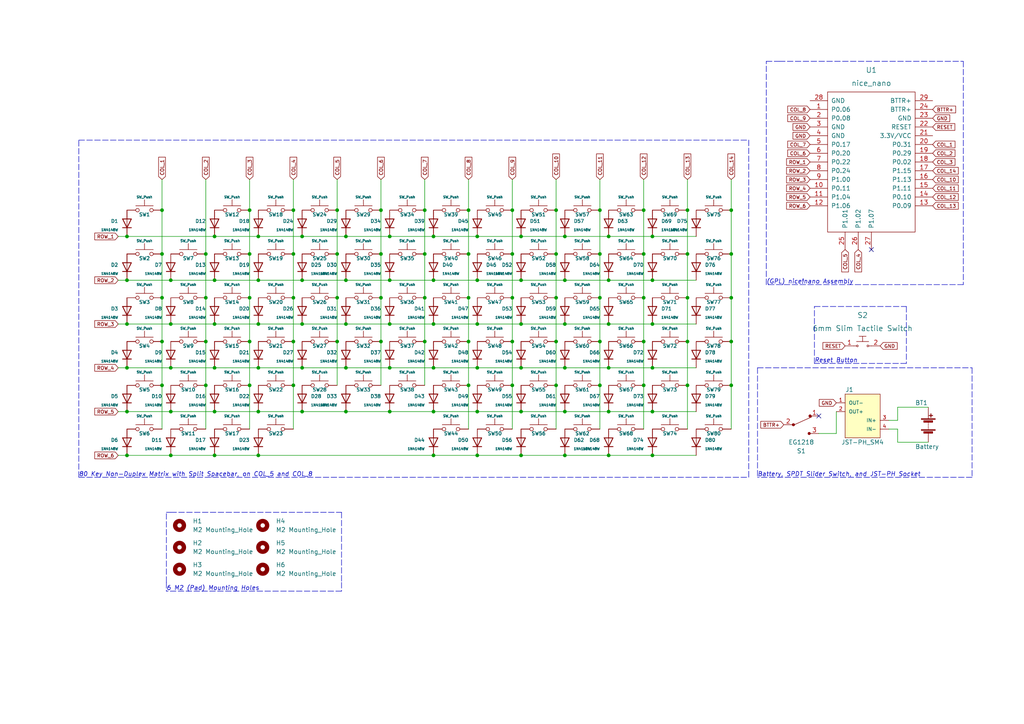
<source format=kicad_sch>
(kicad_sch (version 20211123) (generator eeschema)
  (paper "A4")
  (title_block (title "ByranTK-Alpha") (date "2021-11-29") (rev "v1.1") (company "Byran Technologies") (comment 1 "https://opensource.org/licenses/MIT and https://www.gnu.org/licenses/gpl-3.0.en.html") (comment 2 "GNU GPLv3 license. The sections are idendified in the README.") (comment 3 "License: Various sections are licensed either under the MIT License or the ") (comment 4 "Author: Byran H."))
  (junction (at 138.43 119.38) (diameter 0.9144))
  (junction (at 151.13 119.38) (diameter 0.9144))
  (junction (at 87.63 93.98) (diameter 0.9144))
  (junction (at 199.39 99.06) (diameter 0.9144))
  (junction (at 135.89 111.76) (diameter 0.9144))
  (junction (at 85.09 111.76) (diameter 0.9144))
  (junction (at 74.93 93.98) (diameter 0.9144))
  (junction (at 85.09 86.36) (diameter 0.9144))
  (junction (at 123.19 73.66) (diameter 0.9144))
  (junction (at 212.09 60.96) (diameter 0.9144))
  (junction (at 173.99 73.66) (diameter 0.9144))
  (junction (at 72.39 73.66) (diameter 0.9144))
  (junction (at 212.09 99.06) (diameter 0.9144))
  (junction (at 74.93 106.68) (diameter 0.9144))
  (junction (at 85.09 73.66) (diameter 0.9144))
  (junction (at 110.49 86.36) (diameter 0.9144))
  (junction (at 163.83 132.08) (diameter 0.9144))
  (junction (at 113.03 81.28) (diameter 0.9144))
  (junction (at 161.29 73.66) (diameter 0.9144))
  (junction (at 46.99 111.76) (diameter 0.9144))
  (junction (at 186.69 99.06) (diameter 0.9144))
  (junction (at 199.39 111.76) (diameter 0.9144))
  (junction (at 138.43 106.68) (diameter 0.9144))
  (junction (at 161.29 99.06) (diameter 0.9144))
  (junction (at 186.69 86.36) (diameter 0.9144))
  (junction (at 87.63 119.38) (diameter 0.9144))
  (junction (at 100.33 68.58) (diameter 0.9144))
  (junction (at 135.89 60.96) (diameter 0.9144))
  (junction (at 49.53 119.38) (diameter 0.9144))
  (junction (at 151.13 81.28) (diameter 0.9144))
  (junction (at 49.53 93.98) (diameter 0.9144))
  (junction (at 125.73 93.98) (diameter 0.9144))
  (junction (at 212.09 73.66) (diameter 0.9144))
  (junction (at 161.29 86.36) (diameter 0.9144))
  (junction (at 113.03 93.98) (diameter 0.9144))
  (junction (at 46.99 86.36) (diameter 0.9144))
  (junction (at 87.63 68.58) (diameter 0.9144))
  (junction (at 161.29 111.76) (diameter 0.9144))
  (junction (at 173.99 99.06) (diameter 0.9144))
  (junction (at 189.23 93.98) (diameter 0.9144))
  (junction (at 110.49 99.06) (diameter 0.9144))
  (junction (at 36.83 119.38) (diameter 0.9144))
  (junction (at 163.83 106.68) (diameter 0.9144))
  (junction (at 176.53 68.58) (diameter 0.9144))
  (junction (at 72.39 86.36) (diameter 0.9144))
  (junction (at 138.43 68.58) (diameter 0.9144))
  (junction (at 97.79 73.66) (diameter 0.9144))
  (junction (at 36.83 93.98) (diameter 0.9144))
  (junction (at 49.53 132.08) (diameter 0.9144))
  (junction (at 59.69 86.36) (diameter 0.9144))
  (junction (at 135.89 86.36) (diameter 0.9144))
  (junction (at 62.23 93.98) (diameter 0.9144))
  (junction (at 151.13 68.58) (diameter 0.9144))
  (junction (at 199.39 73.66) (diameter 0.9144))
  (junction (at 148.59 99.06) (diameter 0.9144))
  (junction (at 125.73 81.28) (diameter 0.9144))
  (junction (at 163.83 81.28) (diameter 0.9144))
  (junction (at 125.73 132.08) (diameter 0.9144))
  (junction (at 46.99 60.96) (diameter 0.9144))
  (junction (at 100.33 106.68) (diameter 0.9144))
  (junction (at 62.23 119.38) (diameter 0.9144))
  (junction (at 161.29 60.96) (diameter 0.9144))
  (junction (at 100.33 93.98) (diameter 0.9144))
  (junction (at 62.23 106.68) (diameter 0.9144))
  (junction (at 74.93 81.28) (diameter 0.9144))
  (junction (at 72.39 60.96) (diameter 0.9144))
  (junction (at 46.99 73.66) (diameter 0.9144))
  (junction (at 163.83 68.58) (diameter 0.9144))
  (junction (at 36.83 68.58) (diameter 0.9144))
  (junction (at 110.49 73.66) (diameter 0.9144))
  (junction (at 135.89 73.66) (diameter 0.9144))
  (junction (at 173.99 60.96) (diameter 0.9144))
  (junction (at 100.33 119.38) (diameter 0.9144))
  (junction (at 173.99 111.76) (diameter 0.9144))
  (junction (at 135.89 99.06) (diameter 0.9144))
  (junction (at 123.19 86.36) (diameter 0.9144))
  (junction (at 74.93 68.58) (diameter 0.9144))
  (junction (at 125.73 119.38) (diameter 0.9144))
  (junction (at 49.53 106.68) (diameter 0.9144))
  (junction (at 189.23 81.28) (diameter 0.9144))
  (junction (at 163.83 93.98) (diameter 0.9144))
  (junction (at 199.39 86.36) (diameter 0.9144))
  (junction (at 151.13 93.98) (diameter 0.9144))
  (junction (at 173.99 86.36) (diameter 0.9144))
  (junction (at 110.49 60.96) (diameter 0.9144))
  (junction (at 123.19 60.96) (diameter 0.9144))
  (junction (at 85.09 60.96) (diameter 0.9144))
  (junction (at 97.79 60.96) (diameter 0.9144))
  (junction (at 113.03 119.38) (diameter 0.9144))
  (junction (at 148.59 60.96) (diameter 0.9144))
  (junction (at 97.79 99.06) (diameter 0.9144))
  (junction (at 148.59 86.36) (diameter 0.9144))
  (junction (at 189.23 132.08) (diameter 0.9144))
  (junction (at 87.63 106.68) (diameter 0.9144))
  (junction (at 212.09 86.36) (diameter 0.9144))
  (junction (at 59.69 99.06) (diameter 0.9144))
  (junction (at 163.83 119.38) (diameter 0.9144))
  (junction (at 59.69 111.76) (diameter 0.9144))
  (junction (at 97.79 86.36) (diameter 0.9144))
  (junction (at 59.69 73.66) (diameter 0.9144))
  (junction (at 176.53 132.08) (diameter 0.9144))
  (junction (at 62.23 132.08) (diameter 0.9144))
  (junction (at 125.73 106.68) (diameter 0.9144))
  (junction (at 148.59 111.76) (diameter 0.9144))
  (junction (at 176.53 93.98) (diameter 0.9144))
  (junction (at 151.13 106.68) (diameter 0.9144))
  (junction (at 113.03 106.68) (diameter 0.9144))
  (junction (at 125.73 68.58) (diameter 0.9144))
  (junction (at 148.59 73.66) (diameter 0.9144))
  (junction (at 113.03 68.58) (diameter 0.9144))
  (junction (at 151.13 132.08) (diameter 0.9144))
  (junction (at 62.23 68.58) (diameter 0.9144))
  (junction (at 189.23 68.58) (diameter 0.9144))
  (junction (at 74.93 132.08) (diameter 0.9144))
  (junction (at 186.69 60.96) (diameter 0.9144))
  (junction (at 186.69 73.66) (diameter 0.9144))
  (junction (at 189.23 119.38) (diameter 0.9144))
  (junction (at 138.43 81.28) (diameter 0.9144))
  (junction (at 46.99 99.06) (diameter 0.9144))
  (junction (at 74.93 119.38) (diameter 0.9144))
  (junction (at 199.39 60.96) (diameter 0.9144))
  (junction (at 123.19 99.06) (diameter 0.9144))
  (junction (at 186.69 111.76) (diameter 0.9144))
  (junction (at 87.63 81.28) (diameter 0.9144))
  (junction (at 176.53 119.38) (diameter 0.9144))
  (junction (at 49.53 81.28) (diameter 0.9144))
  (junction (at 176.53 81.28) (diameter 0.9144))
  (junction (at 189.23 106.68) (diameter 0.9144))
  (junction (at 36.83 81.28) (diameter 0.9144))
  (junction (at 100.33 81.28) (diameter 0.9144))
  (junction (at 176.53 106.68) (diameter 0.9144))
  (junction (at 36.83 132.08) (diameter 0.9144))
  (junction (at 138.43 132.08) (diameter 0.9144))
  (junction (at 36.83 106.68) (diameter 0.9144))
  (junction (at 62.23 81.28) (diameter 0.9144))
  (junction (at 138.43 93.98) (diameter 0.9144))
  (junction (at 72.39 99.06) (diameter 0.9144))
  (junction (at 72.39 111.76) (diameter 0.9144))
  (junction (at 85.09 99.06) (diameter 0.9144))
  (junction (at 212.09 111.76) (diameter 0.9144))
  (no_connect (at 252.73 72.39))
  (no_connect (at 237.49 120.65))
  (wire (pts (xy 199.39 52.07) (xy 199.39 60.96)))
  (wire (pts (xy 199.39 60.96) (xy 199.39 73.66)))
  (wire (pts (xy 199.39 73.66) (xy 199.39 86.36)))
  (wire (pts (xy 199.39 86.36) (xy 199.39 99.06)))
  (wire (pts (xy 199.39 99.06) (xy 199.39 111.76)))
  (wire (pts (xy 199.39 111.76) (xy 199.39 124.46)))
  (wire (pts (xy 163.83 106.68) (xy 176.53 106.68)))
  (wire (pts (xy 138.43 106.68) (xy 151.13 106.68)))
  (wire (pts (xy 87.63 106.68) (xy 100.33 106.68)))
  (wire (pts (xy 74.93 106.68) (xy 87.63 106.68)))
  (wire (pts (xy 49.53 81.28) (xy 62.23 81.28)))
  (wire (pts (xy 100.33 119.38) (xy 113.03 119.38)))
  (wire (pts (xy 100.33 106.68) (xy 113.03 106.68)))
  (wire (pts (xy 138.43 132.08) (xy 151.13 132.08)))
  (wire (pts (xy 113.03 106.68) (xy 125.73 106.68)))
  (wire (pts (xy 74.93 132.08) (xy 125.73 132.08)))
  (wire (pts (xy 34.29 81.28) (xy 36.83 81.28)))
  (wire (pts (xy 257.81 124.46) (xy 260.35 124.46)))
  (wire (pts (xy 49.53 132.08) (xy 62.23 132.08)))
  (wire (pts (xy 173.99 52.07) (xy 173.99 60.96)))
  (wire (pts (xy 173.99 60.96) (xy 173.99 73.66)))
  (wire (pts (xy 173.99 73.66) (xy 173.99 86.36)))
  (wire (pts (xy 173.99 86.36) (xy 173.99 99.06)))
  (wire (pts (xy 173.99 99.06) (xy 173.99 111.76)))
  (wire (pts (xy 173.99 111.76) (xy 173.99 124.46)))
  (wire (pts (xy 189.23 81.28) (xy 201.93 81.28)))
  (wire (pts (xy 260.35 128.27) (xy 260.35 124.46)))
  (wire (pts (xy 269.24 128.27) (xy 260.35 128.27)))
  (wire (pts (xy 87.63 119.38) (xy 100.33 119.38)))
  (polyline (pts (xy 99.06 168.91) (xy 99.06 171.45)) (stroke (width 0) (type dash)))
  (wire (pts (xy 242.57 119.38) (xy 242.57 125.73)))
  (wire (pts (xy 242.57 125.73) (xy 237.49 125.73)))
  (wire (pts (xy 125.73 132.08) (xy 138.43 132.08)))
  (wire (pts (xy 123.19 52.07) (xy 123.19 60.96)))
  (wire (pts (xy 123.19 60.96) (xy 123.19 73.66)))
  (wire (pts (xy 123.19 73.66) (xy 123.19 86.36)))
  (wire (pts (xy 123.19 86.36) (xy 123.19 99.06)))
  (wire (pts (xy 123.19 99.06) (xy 123.19 111.76)))
  (wire (pts (xy 176.53 119.38) (xy 189.23 119.38)))
  (wire (pts (xy 189.23 93.98) (xy 201.93 93.98)))
  (wire (pts (xy 151.13 106.68) (xy 163.83 106.68)))
  (wire (pts (xy 151.13 119.38) (xy 163.83 119.38)))
  (wire (pts (xy 34.29 119.38) (xy 36.83 119.38)))
  (wire (pts (xy 189.23 119.38) (xy 201.93 119.38)))
  (wire (pts (xy 74.93 119.38) (xy 87.63 119.38)))
  (wire (pts (xy 151.13 132.08) (xy 163.83 132.08)))
  (wire (pts (xy 49.53 119.38) (xy 62.23 119.38)))
  (wire (pts (xy 97.79 52.07) (xy 97.79 60.96)))
  (wire (pts (xy 97.79 60.96) (xy 97.79 73.66)))
  (wire (pts (xy 97.79 73.66) (xy 97.79 86.36)))
  (wire (pts (xy 97.79 86.36) (xy 97.79 99.06)))
  (wire (pts (xy 97.79 99.06) (xy 97.79 111.76)))
  (polyline (pts (xy 222.25 17.78) (xy 226.06 17.78)) (stroke (width 0) (type dash)))
  (polyline (pts (xy 222.25 82.55) (xy 222.25 17.78)) (stroke (width 0) (type dash)))
  (polyline (pts (xy 226.06 17.78) (xy 279.4 17.78)) (stroke (width 0) (type dash)))
  (polyline (pts (xy 279.4 17.78) (xy 279.4 82.55)) (stroke (width 0) (type dash)))
  (polyline (pts (xy 279.4 82.55) (xy 222.25 82.55)) (stroke (width 0) (type dash)))
  (wire (pts (xy 34.29 132.08) (xy 36.83 132.08)))
  (wire (pts (xy 113.03 81.28) (xy 125.73 81.28)))
  (wire (pts (xy 113.03 119.38) (xy 125.73 119.38)))
  (wire (pts (xy 74.93 81.28) (xy 87.63 81.28)))
  (wire (pts (xy 260.35 118.11) (xy 260.35 121.92)))
  (wire (pts (xy 269.24 118.11) (xy 260.35 118.11)))
  (wire (pts (xy 46.99 52.07) (xy 46.99 60.96)))
  (wire (pts (xy 46.99 60.96) (xy 46.99 73.66)))
  (wire (pts (xy 46.99 73.66) (xy 46.99 86.36)))
  (wire (pts (xy 46.99 86.36) (xy 46.99 99.06)))
  (wire (pts (xy 46.99 99.06) (xy 46.99 111.76)))
  (wire (pts (xy 46.99 111.76) (xy 46.99 124.46)))
  (wire (pts (xy 36.83 119.38) (xy 49.53 119.38)))
  (wire (pts (xy 87.63 81.28) (xy 100.33 81.28)))
  (wire (pts (xy 161.29 52.07) (xy 161.29 60.96)))
  (wire (pts (xy 161.29 60.96) (xy 161.29 73.66)))
  (wire (pts (xy 161.29 73.66) (xy 161.29 86.36)))
  (wire (pts (xy 161.29 86.36) (xy 161.29 99.06)))
  (wire (pts (xy 161.29 99.06) (xy 161.29 111.76)))
  (wire (pts (xy 161.29 111.76) (xy 161.29 124.46)))
  (wire (pts (xy 36.83 132.08) (xy 49.53 132.08)))
  (wire (pts (xy 85.09 52.07) (xy 85.09 60.96)))
  (wire (pts (xy 85.09 60.96) (xy 85.09 73.66)))
  (wire (pts (xy 85.09 73.66) (xy 85.09 86.36)))
  (wire (pts (xy 85.09 86.36) (xy 85.09 99.06)))
  (wire (pts (xy 85.09 99.06) (xy 85.09 111.76)))
  (wire (pts (xy 85.09 111.76) (xy 85.09 124.46)))
  (wire (pts (xy 163.83 93.98) (xy 176.53 93.98)))
  (wire (pts (xy 189.23 106.68) (xy 201.93 106.68)))
  (wire (pts (xy 176.53 106.68) (xy 189.23 106.68)))
  (wire (pts (xy 62.23 119.38) (xy 74.93 119.38)))
  (wire (pts (xy 176.53 93.98) (xy 189.23 93.98)))
  (wire (pts (xy 257.81 121.92) (xy 260.35 121.92)))
  (polyline (pts (xy 219.71 106.68) (xy 219.71 138.43)) (stroke (width 0) (type dash)))
  (polyline (pts (xy 219.71 106.68) (xy 281.94 106.68)) (stroke (width 0) (type dash)))
  (polyline (pts (xy 281.94 106.68) (xy 281.94 138.43)) (stroke (width 0) (type dash)))
  (polyline (pts (xy 281.94 138.43) (xy 219.71 138.43)) (stroke (width 0) (type dash)))
  (polyline (pts (xy 48.26 168.91) (xy 48.26 171.45)) (stroke (width 0) (type dash)))
  (wire (pts (xy 125.73 106.68) (xy 138.43 106.68)))
  (polyline (pts (xy 22.86 40.64) (xy 217.17 40.64)) (stroke (width 0) (type dash)))
  (polyline (pts (xy 22.86 138.43) (xy 22.86 40.64)) (stroke (width 0) (type dash)))
  (polyline (pts (xy 22.86 138.43) (xy 217.17 138.43)) (stroke (width 0) (type dash)))
  (polyline (pts (xy 217.17 40.64) (xy 217.17 138.43)) (stroke (width 0) (type dash)))
  (wire (pts (xy 163.83 81.28) (xy 176.53 81.28)))
  (wire (pts (xy 36.83 106.68) (xy 49.53 106.68)))
  (wire (pts (xy 72.39 52.07) (xy 72.39 60.96)))
  (wire (pts (xy 72.39 60.96) (xy 72.39 73.66)))
  (wire (pts (xy 72.39 73.66) (xy 72.39 86.36)))
  (wire (pts (xy 72.39 86.36) (xy 72.39 99.06)))
  (wire (pts (xy 72.39 99.06) (xy 72.39 111.76)))
  (wire (pts (xy 72.39 111.76) (xy 72.39 124.46)))
  (wire (pts (xy 62.23 106.68) (xy 74.93 106.68)))
  (wire (pts (xy 138.43 81.28) (xy 151.13 81.28)))
  (wire (pts (xy 59.69 52.07) (xy 59.69 73.66)))
  (wire (pts (xy 59.69 73.66) (xy 59.69 86.36)))
  (wire (pts (xy 59.69 86.36) (xy 59.69 99.06)))
  (wire (pts (xy 59.69 99.06) (xy 59.69 111.76)))
  (wire (pts (xy 59.69 111.76) (xy 59.69 124.46)))
  (wire (pts (xy 110.49 52.07) (xy 110.49 60.96)))
  (wire (pts (xy 110.49 60.96) (xy 110.49 73.66)))
  (wire (pts (xy 110.49 73.66) (xy 110.49 86.36)))
  (wire (pts (xy 110.49 86.36) (xy 110.49 99.06)))
  (wire (pts (xy 110.49 99.06) (xy 110.49 111.76)))
  (wire (pts (xy 36.83 81.28) (xy 49.53 81.28)))
  (wire (pts (xy 34.29 93.98) (xy 36.83 93.98)))
  (wire (pts (xy 36.83 93.98) (xy 49.53 93.98)))
  (wire (pts (xy 49.53 93.98) (xy 62.23 93.98)))
  (wire (pts (xy 62.23 93.98) (xy 74.93 93.98)))
  (wire (pts (xy 74.93 93.98) (xy 87.63 93.98)))
  (wire (pts (xy 87.63 93.98) (xy 100.33 93.98)))
  (wire (pts (xy 100.33 93.98) (xy 113.03 93.98)))
  (wire (pts (xy 113.03 93.98) (xy 125.73 93.98)))
  (wire (pts (xy 125.73 93.98) (xy 138.43 93.98)))
  (wire (pts (xy 163.83 132.08) (xy 176.53 132.08)))
  (wire (pts (xy 135.89 52.07) (xy 135.89 60.96)))
  (wire (pts (xy 135.89 60.96) (xy 135.89 73.66)))
  (wire (pts (xy 135.89 73.66) (xy 135.89 86.36)))
  (wire (pts (xy 135.89 86.36) (xy 135.89 99.06)))
  (wire (pts (xy 135.89 99.06) (xy 135.89 111.76)))
  (wire (pts (xy 135.89 111.76) (xy 135.89 124.46)))
  (wire (pts (xy 148.59 52.07) (xy 148.59 60.96)))
  (wire (pts (xy 148.59 60.96) (xy 148.59 73.66)))
  (wire (pts (xy 148.59 73.66) (xy 148.59 86.36)))
  (wire (pts (xy 148.59 86.36) (xy 148.59 99.06)))
  (wire (pts (xy 148.59 99.06) (xy 148.59 111.76)))
  (wire (pts (xy 148.59 111.76) (xy 148.59 124.46)))
  (wire (pts (xy 62.23 81.28) (xy 74.93 81.28)))
  (wire (pts (xy 138.43 93.98) (xy 151.13 93.98)))
  (wire (pts (xy 34.29 68.58) (xy 36.83 68.58)))
  (wire (pts (xy 36.83 68.58) (xy 62.23 68.58)))
  (wire (pts (xy 62.23 68.58) (xy 74.93 68.58)))
  (wire (pts (xy 74.93 68.58) (xy 87.63 68.58)))
  (wire (pts (xy 87.63 68.58) (xy 100.33 68.58)))
  (wire (pts (xy 100.33 68.58) (xy 113.03 68.58)))
  (wire (pts (xy 113.03 68.58) (xy 125.73 68.58)))
  (wire (pts (xy 125.73 68.58) (xy 138.43 68.58)))
  (wire (pts (xy 138.43 68.58) (xy 151.13 68.58)))
  (wire (pts (xy 151.13 68.58) (xy 163.83 68.58)))
  (wire (pts (xy 163.83 68.58) (xy 176.53 68.58)))
  (wire (pts (xy 176.53 68.58) (xy 189.23 68.58)))
  (wire (pts (xy 189.23 68.58) (xy 201.93 68.58)))
  (wire (pts (xy 186.69 52.07) (xy 186.69 60.96)))
  (wire (pts (xy 186.69 60.96) (xy 186.69 73.66)))
  (wire (pts (xy 186.69 73.66) (xy 186.69 86.36)))
  (wire (pts (xy 186.69 86.36) (xy 186.69 99.06)))
  (wire (pts (xy 186.69 99.06) (xy 186.69 111.76)))
  (wire (pts (xy 186.69 111.76) (xy 186.69 124.46)))
  (wire (pts (xy 34.29 106.68) (xy 36.83 106.68)))
  (wire (pts (xy 138.43 119.38) (xy 151.13 119.38)))
  (wire (pts (xy 151.13 81.28) (xy 163.83 81.28)))
  (wire (pts (xy 49.53 106.68) (xy 62.23 106.68)))
  (polyline (pts (xy 48.26 148.59) (xy 49.53 148.59)) (stroke (width 0) (type dash)))
  (polyline (pts (xy 48.26 168.91) (xy 48.26 148.59)) (stroke (width 0) (type dash)))
  (polyline (pts (xy 49.53 148.59) (xy 99.06 148.59)) (stroke (width 0) (type dash)))
  (polyline (pts (xy 99.06 148.59) (xy 99.06 168.91)) (stroke (width 0) (type dash)))
  (polyline (pts (xy 99.06 171.45) (xy 48.26 171.45)) (stroke (width 0) (type dash)))
  (wire (pts (xy 176.53 81.28) (xy 189.23 81.28)))
  (wire (pts (xy 189.23 132.08) (xy 201.93 132.08)))
  (wire (pts (xy 62.23 132.08) (xy 74.93 132.08)))
  (wire (pts (xy 125.73 119.38) (xy 138.43 119.38)))
  (wire (pts (xy 176.53 132.08) (xy 189.23 132.08)))
  (wire (pts (xy 151.13 93.98) (xy 163.83 93.98)))
  (wire (pts (xy 125.73 81.28) (xy 138.43 81.28)))
  (wire (pts (xy 100.33 81.28) (xy 113.03 81.28)))
  (wire (pts (xy 163.83 119.38) (xy 176.53 119.38)))
  (polyline (pts (xy 236.22 88.9) (xy 262.89 88.9)) (stroke (width 0) (type dash)))
  (polyline (pts (xy 236.22 105.41) (xy 236.22 88.9)) (stroke (width 0) (type dash)))
  (polyline (pts (xy 262.89 88.9) (xy 262.89 105.41)) (stroke (width 0) (type dash)))
  (polyline (pts (xy 262.89 105.41) (xy 236.22 105.41)) (stroke (width 0) (type dash)))
  (wire (pts (xy 212.09 52.07) (xy 212.09 60.96)))
  (wire (pts (xy 212.09 60.96) (xy 212.09 73.66)))
  (wire (pts (xy 212.09 73.66) (xy 212.09 86.36)))
  (wire (pts (xy 212.09 86.36) (xy 212.09 99.06)))
  (wire (pts (xy 212.09 99.06) (xy 212.09 111.76)))
  (wire (pts (xy 212.09 111.76) (xy 212.09 124.46)))
  (text "80 Key Non-Duplex Matrix with Split Spacebar, on COL_5 and COL_8" (at 22.86 138.43 0) (effects (font (size 1.27 1.27) italic) (justify left bottom)))
  (text "(GPL) nice!nano Assembly" (at 222.25 82.55 0) (effects (font (size 1.27 1.27) italic) (justify left bottom)))
  (text "Battery, SPDT Slider Switch, and JST-PH Socket" (at 219.71 138.43 0) (effects (font (size 1.27 1.27) italic) (justify left bottom)))
  (text "Reset Button" (at 236.22 105.41 0) (effects (font (size 1.27 1.27) italic) (justify left bottom)))
  (text "6 M2 (Pad) Mounting Holes" (at 48.26 171.45 0) (effects (font (size 1.27 1.27) italic) (justify left bottom)))
  (global_label "BTTR+" (shape input) (at 227.33 123.19 180) (effects (font (size 1 1))) (property "Intersheet References" "${INTERSHEET_REFS}" (effects hide)))
  (global_label "GND" (shape input) (at 234.95 36.83 180) (effects (font (size 1 1))) (property "Intersheet References" "${INTERSHEET_REFS}" (effects hide)))
  (global_label "COL_14" (shape input) (at 270.51 49.53 0) (effects (font (size 1 1))) (property "Intersheet References" "${INTERSHEET_REFS}" (effects hide)))
  (global_label "COL_11" (shape input) (at 173.99 52.07 90) (effects (font (size 1 1))) (property "Intersheet References" "${INTERSHEET_REFS}" (effects hide)))
  (global_label "COL_5" (shape input) (at 245.11 72.39 270) (effects (font (size 1 1))) (property "Intersheet References" "${INTERSHEET_REFS}" (effects hide)))
  (global_label "COL_4" (shape input) (at 85.09 52.07 90) (effects (font (size 1 1))) (property "Intersheet References" "${INTERSHEET_REFS}" (effects hide)))
  (global_label "COL_13" (shape input) (at 199.39 52.07 90) (effects (font (size 1 1))) (property "Intersheet References" "${INTERSHEET_REFS}" (effects hide)))
  (global_label "GND" (shape input) (at 270.51 34.29 0) (effects (font (size 1 1))) (property "Intersheet References" "${INTERSHEET_REFS}" (effects hide)))
  (global_label "GND" (shape input) (at 255.27 100.33 0) (effects (font (size 1 1))) (property "Intersheet References" "${INTERSHEET_REFS}" (effects hide)))
  (global_label "ROW_2" (shape input) (at 34.29 81.28 180) (effects (font (size 1 1))) (property "Intersheet References" "${INTERSHEET_REFS}" (effects hide)))
  (global_label "ROW_4" (shape input) (at 234.95 54.61 180) (effects (font (size 1 1))) (property "Intersheet References" "${INTERSHEET_REFS}" (effects hide)))
  (global_label "COL_9" (shape input) (at 234.95 34.29 180) (effects (font (size 1 1))) (property "Intersheet References" "${INTERSHEET_REFS}" (effects hide)))
  (global_label "RESET" (shape input) (at 245.11 100.33 180) (effects (font (size 1 1))) (property "Intersheet References" "${INTERSHEET_REFS}" (effects hide)))
  (global_label "COL_9" (shape input) (at 148.59 52.07 90) (effects (font (size 1 1))) (property "Intersheet References" "${INTERSHEET_REFS}" (effects hide)))
  (global_label "ROW_5" (shape input) (at 34.29 119.38 180) (effects (font (size 1 1))) (property "Intersheet References" "${INTERSHEET_REFS}" (effects hide)))
  (global_label "COL_7" (shape input) (at 234.95 41.91 180) (effects (font (size 1 1))) (property "Intersheet References" "${INTERSHEET_REFS}" (effects hide)))
  (global_label "COL_12" (shape input) (at 270.51 57.15 0) (effects (font (size 1 1))) (property "Intersheet References" "${INTERSHEET_REFS}" (effects hide)))
  (global_label "ROW_1" (shape input) (at 34.29 68.58 180) (effects (font (size 1 1))) (property "Intersheet References" "${INTERSHEET_REFS}" (effects hide)))
  (global_label "ROW_3" (shape input) (at 234.95 52.07 180) (effects (font (size 1 1))) (property "Intersheet References" "${INTERSHEET_REFS}" (effects hide)))
  (global_label "COL_1" (shape input) (at 270.51 41.91 0) (effects (font (size 1 1))) (property "Intersheet References" "${INTERSHEET_REFS}" (effects hide)))
  (global_label "ROW_4" (shape input) (at 34.29 106.68 180) (effects (font (size 1 1))) (property "Intersheet References" "${INTERSHEET_REFS}" (effects hide)))
  (global_label "COL_12" (shape input) (at 186.69 52.07 90) (effects (font (size 1 1))) (property "Intersheet References" "${INTERSHEET_REFS}" (effects hide)))
  (global_label "COL_2" (shape input) (at 59.69 52.07 90) (effects (font (size 1 1))) (property "Intersheet References" "${INTERSHEET_REFS}" (effects hide)))
  (global_label "COL_10" (shape input) (at 270.51 52.07 0) (effects (font (size 1 1))) (property "Intersheet References" "${INTERSHEET_REFS}" (effects hide)))
  (global_label "COL_8" (shape input) (at 234.95 31.75 180) (effects (font (size 1 1))) (property "Intersheet References" "${INTERSHEET_REFS}" (effects hide)))
  (global_label "COL_7" (shape input) (at 123.19 52.07 90) (effects (font (size 1 1))) (property "Intersheet References" "${INTERSHEET_REFS}" (effects hide)))
  (global_label "COL_3" (shape input) (at 72.39 52.07 90) (effects (font (size 1 1))) (property "Intersheet References" "${INTERSHEET_REFS}" (effects hide)))
  (global_label "COL_6" (shape input) (at 234.95 44.45 180) (effects (font (size 1 1))) (property "Intersheet References" "${INTERSHEET_REFS}" (effects hide)))
  (global_label "ROW_6" (shape input) (at 234.95 59.69 180) (effects (font (size 1 1))) (property "Intersheet References" "${INTERSHEET_REFS}" (effects hide)))
  (global_label "COL_4" (shape input) (at 248.92 72.39 270) (effects (font (size 1 1))) (property "Intersheet References" "${INTERSHEET_REFS}" (effects hide)))
  (global_label "GND" (shape input) (at 242.57 116.84 180) (effects (font (size 1 1))) (property "Intersheet References" "${INTERSHEET_REFS}" (effects hide)))
  (global_label "ROW_1" (shape input) (at 234.95 46.99 180) (effects (font (size 1 1))) (property "Intersheet References" "${INTERSHEET_REFS}" (effects hide)))
  (global_label "RESET" (shape input) (at 270.51 36.83 0) (effects (font (size 1 1))) (property "Intersheet References" "${INTERSHEET_REFS}" (effects hide)))
  (global_label "BTTR+" (shape input) (at 270.51 31.75 0) (effects (font (size 1 1))) (property "Intersheet References" "${INTERSHEET_REFS}" (effects hide)))
  (global_label "COL_6" (shape input) (at 110.49 52.07 90) (effects (font (size 1 1))) (property "Intersheet References" "${INTERSHEET_REFS}" (effects hide)))
  (global_label "ROW_3" (shape input) (at 34.29 93.98 180) (effects (font (size 1 1))) (property "Intersheet References" "${INTERSHEET_REFS}" (effects hide)))
  (global_label "ROW_2" (shape input) (at 234.95 49.53 180) (effects (font (size 1 1))) (property "Intersheet References" "${INTERSHEET_REFS}" (effects hide)))
  (global_label "COL_10" (shape input) (at 161.29 52.07 90) (effects (font (size 1 1))) (property "Intersheet References" "${INTERSHEET_REFS}" (effects hide)))
  (global_label "COL_11" (shape input) (at 270.51 54.61 0) (effects (font (size 1 1))) (property "Intersheet References" "${INTERSHEET_REFS}" (effects hide)))
  (global_label "COL_1" (shape input) (at 46.99 52.07 90) (effects (font (size 1 1))) (property "Intersheet References" "${INTERSHEET_REFS}" (effects hide)))
  (global_label "COL_3" (shape input) (at 270.51 46.99 0) (effects (font (size 1 1))) (property "Intersheet References" "${INTERSHEET_REFS}" (effects hide)))
  (global_label "GND" (shape input) (at 234.95 39.37 180) (effects (font (size 1 1))) (property "Intersheet References" "${INTERSHEET_REFS}" (effects hide)))
  (global_label "ROW_5" (shape input) (at 234.95 57.15 180) (effects (font (size 1 1))) (property "Intersheet References" "${INTERSHEET_REFS}" (effects hide)))
  (global_label "ROW_6" (shape input) (at 34.29 132.08 180) (effects (font (size 1 1))) (property "Intersheet References" "${INTERSHEET_REFS}" (effects hide)))
  (global_label "COL_5" (shape input) (at 97.79 52.07 90) (effects (font (size 1 1))) (property "Intersheet References" "${INTERSHEET_REFS}" (effects hide)))
  (global_label "COL_14" (shape input) (at 212.09 52.07 90) (effects (font (size 1 1))) (property "Intersheet References" "${INTERSHEET_REFS}" (effects hide)))
  (global_label "COL_2" (shape input) (at 270.51 44.45 0) (effects (font (size 1 1))) (property "Intersheet References" "${INTERSHEET_REFS}" (effects hide)))
  (global_label "COL_8" (shape input) (at 135.89 52.07 90) (effects (font (size 1 1))) (property "Intersheet References" "${INTERSHEET_REFS}" (effects hide)))
  (global_label "COL_13" (shape input) (at 270.51 59.69 0) (effects (font (size 1 1))) (property "Intersheet References" "${INTERSHEET_REFS}" (effects hide)))
  (symbol (lib_id "S2B-PH-SM4-TB_LF__SN_:S2B-PH-SM4-TB(LF)(SN)") (at 250.19 119.38 0) (unit 1)
    (property "Reference" "J1" (at 246.38 113.03 0))
    (property "Value" "JST-PH_SM4" (at 250.19 128.27 0))
    (property "Footprint" "Connector_JST:JST_PH_S2B-PH-SM4-TB_1x02-1MP_P2.00mm_Horizontal" (effects hide))
  )
  (symbol (lib_id "Diode:1N4148W") (at 49.53 102.87 90) (unit 1)
    (property "Reference" "D9" (at 46.99 102.235 90) (effects (font (size 1 1)) (justify left)))
    (property "Value" "1N4148W" (at 46.99 104.775 90) (effects (font (size 0.7 0.7)) (justify left)))
    (property "Footprint" "Diode_SMD:D_SOD-123" (effects hide))
    (property "Datasheet" "https://www.vishay.com/docs/85748/1n4148w.pdf" (effects hide))
  )
  (symbol (lib_id "Diode:1N4148W") (at 163.83 64.77 90) (unit 1)
    (property "Reference" "D57" (at 166.37 64.135 90) (effects (font (size 1 1)) (justify right)))
    (property "Value" "1N4148W" (at 166.37 66.675 90) (effects (font (size 0.7 0.7)) (justify right)))
    (property "Footprint" "Diode_SMD:D_SOD-123" (effects hide))
    (property "Datasheet" "https://www.vishay.com/docs/85748/1n4148w.pdf" (effects hide))
  )
  (symbol (lib_id "Switch:SW_Push") (at 80.01 99.06 0) (unit 1)
    (property "Reference" "SW21" (at 80.01 100.33 0) (effects (font (size 1 1))))
    (property "Value" "SW_Push" (at 80.01 95.25 0) (effects (font (size 0.7 0.7))))
    (property "Footprint" "MX_Only:MXOnly-1U-Hotswap" (effects hide))
  )
  (symbol (lib_id "Diode:1N4148W") (at 163.83 90.17 90) (unit 1)
    (property "Reference" "D59" (at 161.29 89.535 90) (effects (font (size 1 1)) (justify left)))
    (property "Value" "1N4148W" (at 161.29 92.075 90) (effects (font (size 0.7 0.7)) (justify left)))
    (property "Footprint" "Diode_SMD:D_SOD-123" (effects hide))
    (property "Datasheet" "https://www.vishay.com/docs/85748/1n4148w.pdf" (effects hide))
  )
  (symbol (lib_id "Switch:SW_Push") (at 130.81 73.66 0) (unit 1)
    (property "Reference" "SW40" (at 130.81 74.93 0) (effects (font (size 1 1))))
    (property "Value" "SW_Push" (at 130.81 69.85 0) (effects (font (size 0.7 0.7))))
    (property "Footprint" "MX_Only:MXOnly-1U-Hotswap" (effects hide))
  )
  (symbol (lib_id "Diode:1N4148W") (at 151.13 64.77 90) (unit 1)
    (property "Reference" "D51" (at 153.67 64.135 90) (effects (font (size 1 1)) (justify right)))
    (property "Value" "1N4148W" (at 153.67 66.675 90) (effects (font (size 0.7 0.7)) (justify right)))
    (property "Footprint" "Diode_SMD:D_SOD-123" (effects hide))
    (property "Datasheet" "https://www.vishay.com/docs/85748/1n4148w.pdf" (effects hide))
  )
  (symbol (lib_id "Diode:1N4148W") (at 189.23 90.17 90) (unit 1)
    (property "Reference" "D71" (at 191.77 89.535 90) (effects (font (size 1 1)) (justify right)))
    (property "Value" "1N4148W" (at 191.77 92.075 90) (effects (font (size 0.7 0.7)) (justify right)))
    (property "Footprint" "Diode_SMD:D_SOD-123" (effects hide))
    (property "Datasheet" "https://www.vishay.com/docs/85748/1n4148w.pdf" (effects hide))
  )
  (symbol (lib_id "Diode:1N4148W") (at 87.63 115.57 90) (unit 1)
    (property "Reference" "D28" (at 90.17 114.935 90) (effects (font (size 1 1)) (justify right)))
    (property "Value" "1N4148W" (at 90.17 117.475 90) (effects (font (size 0.7 0.7)) (justify right)))
    (property "Footprint" "Diode_SMD:D_SOD-123" (effects hide))
    (property "Datasheet" "https://www.vishay.com/docs/85748/1n4148w.pdf" (effects hide))
  )
  (symbol (lib_id "Diode:1N4148W") (at 176.53 77.47 90) (unit 1)
    (property "Reference" "D64" (at 173.99 76.835 90) (effects (font (size 1 1)) (justify left)))
    (property "Value" "1N4148W" (at 173.99 79.375 90) (effects (font (size 0.7 0.7)) (justify left)))
    (property "Footprint" "Diode_SMD:D_SOD-123" (effects hide))
    (property "Datasheet" "https://www.vishay.com/docs/85748/1n4148w.pdf" (effects hide))
  )
  (symbol (lib_id "Diode:1N4148W") (at 74.93 90.17 90) (unit 1)
    (property "Reference" "D20" (at 72.39 89.535 90) (effects (font (size 1 1)) (justify left)))
    (property "Value" "1N4148W" (at 72.39 92.075 90) (effects (font (size 0.7 0.7)) (justify left)))
    (property "Footprint" "Diode_SMD:D_SOD-123" (effects hide))
    (property "Datasheet" "https://www.vishay.com/docs/85748/1n4148w.pdf" (effects hide))
  )
  (symbol (lib_id "Diode:1N4148W") (at 87.63 77.47 90) (unit 1)
    (property "Reference" "D25" (at 90.17 76.835 90) (effects (font (size 1 1)) (justify right)))
    (property "Value" "1N4148W" (at 90.17 79.375 90) (effects (font (size 0.7 0.7)) (justify right)))
    (property "Footprint" "Diode_SMD:D_SOD-123" (effects hide))
    (property "Datasheet" "https://www.vishay.com/docs/85748/1n4148w.pdf" (effects hide))
  )
  (symbol (lib_id "Diode:1N4148W") (at 176.53 115.57 90) (unit 1)
    (property "Reference" "D67" (at 173.99 114.935 90) (effects (font (size 1 1)) (justify left)))
    (property "Value" "1N4148W" (at 173.99 117.475 90) (effects (font (size 0.7 0.7)) (justify left)))
    (property "Footprint" "Diode_SMD:D_SOD-123" (effects hide))
    (property "Datasheet" "https://www.vishay.com/docs/85748/1n4148w.pdf" (effects hide))
  )
  (symbol (lib_id "Diode:1N4148W") (at 100.33 115.57 90) (unit 1)
    (property "Reference" "D33" (at 97.79 114.935 90) (effects (font (size 1 1)) (justify left)))
    (property "Value" "1N4148W" (at 97.79 117.475 90) (effects (font (size 0.7 0.7)) (justify left)))
    (property "Footprint" "Diode_SMD:D_SOD-123" (effects hide))
    (property "Datasheet" "https://www.vishay.com/docs/85748/1n4148w.pdf" (effects hide))
  )
  (symbol (lib_id "Switch:SW_Push") (at 156.21 111.76 0) (unit 1)
    (property "Reference" "SW55" (at 156.21 113.03 0) (effects (font (size 1 1))))
    (property "Value" "SW_Push" (at 156.21 107.95 0) (effects (font (size 0.7 0.7))))
    (property "Footprint" "MX_Only:MXOnly-1U-Hotswap" (effects hide))
  )
  (symbol (lib_id "Switch:SW_Push") (at 105.41 60.96 0) (unit 1)
    (property "Reference" "SW29" (at 105.41 62.23 0) (effects (font (size 1 1))))
    (property "Value" "SW_Push" (at 105.41 57.15 0) (effects (font (size 0.7 0.7))))
    (property "Footprint" "MX_Only:MXOnly-1U-Hotswap" (effects hide))
  )
  (symbol (lib_id "Diode:1N4148W") (at 113.03 102.87 90) (unit 1)
    (property "Reference" "D37" (at 110.49 102.235 90) (effects (font (size 1 1)) (justify left)))
    (property "Value" "1N4148W" (at 110.49 104.775 90) (effects (font (size 0.7 0.7)) (justify left)))
    (property "Footprint" "Diode_SMD:D_SOD-123" (effects hide))
    (property "Datasheet" "https://www.vishay.com/docs/85748/1n4148w.pdf" (effects hide))
  )
  (symbol (lib_id "Diode:1N4148W") (at 125.73 102.87 90) (unit 1)
    (property "Reference" "D42" (at 123.19 102.235 90) (effects (font (size 1 1)) (justify left)))
    (property "Value" "1N4148W" (at 123.19 104.775 90) (effects (font (size 0.7 0.7)) (justify left)))
    (property "Footprint" "Diode_SMD:D_SOD-123" (effects hide))
    (property "Datasheet" "https://www.vishay.com/docs/85748/1n4148w.pdf" (effects hide))
  )
  (symbol (lib_id "Switch:SW_Push") (at 156.21 73.66 0) (unit 1)
    (property "Reference" "SW52" (at 156.21 74.93 0) (effects (font (size 1 1))))
    (property "Value" "SW_Push" (at 156.21 69.85 0) (effects (font (size 0.7 0.7))))
    (property "Footprint" "MX_Only:MXOnly-1U-Hotswap" (effects hide))
  )
  (symbol (lib_id "Switch:SW_Push") (at 181.61 60.96 0) (unit 1)
    (property "Reference" "SW63" (at 181.61 62.23 0) (effects (font (size 1 1))))
    (property "Value" "SW_Push" (at 181.61 57.15 0) (effects (font (size 0.7 0.7))))
    (property "Footprint" "MX_Only:MXOnly-1U-Hotswap" (effects hide))
  )
  (symbol (lib_id "Switch:SW_Push") (at 67.31 124.46 0) (unit 1)
    (property "Reference" "SW17" (at 67.31 125.73 0) (effects (font (size 1 1))))
    (property "Value" "SW_Push" (at 67.31 120.65 0) (effects (font (size 0.7 0.7))))
    (property "Footprint" "MX_Only:MXOnly-1.25U-Hotswap" (effects hide))
  )
  (symbol (lib_id "Diode:1N4148W") (at 163.83 102.87 90) (unit 1)
    (property "Reference" "D60" (at 161.29 102.235 90) (effects (font (size 1 1)) (justify left)))
    (property "Value" "1N4148W" (at 161.29 104.775 90) (effects (font (size 0.7 0.7)) (justify left)))
    (property "Footprint" "Diode_SMD:D_SOD-123" (effects hide))
    (property "Datasheet" "https://www.vishay.com/docs/85748/1n4148w.pdf" (effects hide))
  )
  (symbol (lib_id "Switch:SW_Push") (at 118.11 111.76 0) (unit 1)
    (property "Reference" "SW38" (at 118.11 113.03 0) (effects (font (size 1 1))))
    (property "Value" "SW_Push" (at 118.11 107.95 0) (effects (font (size 0.7 0.7))))
    (property "Footprint" "MX_Only:MXOnly-1U-Hotswap" (effects hide))
  )
  (symbol (lib_id "Mechanical:MountingHole") (at 76.2 158.75 0) (unit 1)
    (property "Reference" "H5" (at 80.01 157.4799 0) (effects (justify left)))
    (property "Value" "M2 Mounting_Hole" (at 80.01 160.0199 0) (effects (justify left)))
    (property "Footprint" "MountingHole:MountingHole_2.2mm_M2_Pad_Via" (effects hide))
  )
  (symbol (lib_id "Switch:SW_Push") (at 80.01 111.76 0) (unit 1)
    (property "Reference" "SW22" (at 80.01 113.03 0) (effects (font (size 1 1))))
    (property "Value" "SW_Push" (at 80.01 107.95 0) (effects (font (size 0.7 0.7))))
    (property "Footprint" "MX_Only:MXOnly-1U-Hotswap" (effects hide))
  )
  (symbol (lib_id "Diode:1N4148W") (at 201.93 77.47 90) (unit 1)
    (property "Reference" "D76" (at 204.47 76.835 90) (effects (font (size 1 1)) (justify right)))
    (property "Value" "1N4148W" (at 204.47 79.375 90) (effects (font (size 0.7 0.7)) (justify right)))
    (property "Footprint" "Diode_SMD:D_SOD-123" (effects hide))
    (property "Datasheet" "https://www.vishay.com/docs/85748/1n4148w.pdf" (effects hide))
  )
  (symbol (lib_id "dk_Tactile-Switches:B3U-1000P") (at 250.19 100.33 0) (unit 1)
    (property "Reference" "S2" (at 250.19 91.44 0) (effects (font (size 1.524 1.524))))
    (property "Value" "6mm Slim Tactile Switch" (at 250.19 95.25 0) (effects (font (size 1.524 1.524))))
    (property "Footprint" "Button_Switch_THT:SW_TH_Tactile_Omron_B3F-10xx" (effects hide))
    (property "Datasheet" "https://omronfs.omron.com/en_US/ecb/products/pdf/en-b3u.pdf" (effects hide))
    (property "Digi-Key_PN" "SW1020CT-ND" (effects hide))
    (property "MPN" "B3U-1000P" (effects hide))
    (property "Category" "Switches" (effects hide))
    (property "Family" "Tactile Switches" (effects hide))
    (property "DK_Datasheet_Link" "https://omronfs.omron.com/en_US/ecb/products/pdf/en-b3u.pdf" (effects hide))
    (property "DK_Detail_Page" "/product-detail/en/omron-electronics-inc-emc-div/B3U-1000P/SW1020CT-ND/1534357" (effects hide))
    (property "Description" "SWITCH TACTILE SPST-NO 0.05A 12V" (effects hide))
    (property "Manufacturer" "Omron Electronics Inc-EMC Div" (effects hide))
    (property "Status" "Active" (effects hide))
  )
  (symbol (lib_id "Switch:SW_Push") (at 181.61 111.76 0) (unit 1)
    (property "Reference" "SW67" (at 181.61 113.03 0) (effects (font (size 1 1))))
    (property "Value" "SW_Push" (at 181.61 107.95 0) (effects (font (size 0.7 0.7))))
    (property "Footprint" "MX_Only:MXOnly-1.75U-Hotswap" (effects hide))
  )
  (symbol (lib_id "Mechanical:MountingHole") (at 76.2 165.1 0) (unit 1)
    (property "Reference" "H6" (at 80.01 163.8299 0) (effects (justify left)))
    (property "Value" "M2 Mounting_Hole" (at 80.01 166.3699 0) (effects (justify left)))
    (property "Footprint" "MountingHole:MountingHole_2.2mm_M2_Pad_Via" (effects hide))
  )
  (symbol (lib_id "Diode:1N4148W") (at 74.93 102.87 90) (unit 1)
    (property "Reference" "D21" (at 72.39 102.235 90) (effects (font (size 1 1)) (justify left)))
    (property "Value" "1N4148W" (at 72.39 104.775 90) (effects (font (size 0.7 0.7)) (justify left)))
    (property "Footprint" "Diode_SMD:D_SOD-123" (effects hide))
    (property "Datasheet" "https://www.vishay.com/docs/85748/1n4148w.pdf" (effects hide))
  )
  (symbol (lib_id "Diode:1N4148W") (at 36.83 64.77 90) (unit 1)
    (property "Reference" "D1" (at 34.29 64.135 90) (effects (font (size 1 1)) (justify left)))
    (property "Value" "1N4148W" (at 34.29 66.675 90) (effects (font (size 0.7 0.7)) (justify left)))
    (property "Footprint" "Diode_SMD:D_SOD-123" (effects hide))
    (property "Datasheet" "https://www.vishay.com/docs/85748/1n4148w.pdf" (effects hide))
  )
  (symbol (lib_id "Device:Battery") (at 269.24 123.19 0) (unit 1)
    (property "Reference" "BT1" (at 265.43 116.8399 0) (effects (justify left)))
    (property "Value" "Battery" (at 265.43 129.5399 0) (effects (justify left)))
  )
  (symbol (lib_id "Diode:1N4148W") (at 151.13 115.57 90) (unit 1)
    (property "Reference" "D55" (at 148.59 114.935 90) (effects (font (size 1 1)) (justify left)))
    (property "Value" "1N4148W" (at 148.59 117.475 90) (effects (font (size 0.7 0.7)) (justify left)))
    (property "Footprint" "Diode_SMD:D_SOD-123" (effects hide))
    (property "Datasheet" "https://www.vishay.com/docs/85748/1n4148w.pdf" (effects hide))
  )
  (symbol (lib_id "Diode:1N4148W") (at 151.13 128.27 90) (unit 1)
    (property "Reference" "D56" (at 148.59 127.635 90) (effects (font (size 1 1)) (justify left)))
    (property "Value" "1N4148W" (at 148.59 130.175 90) (effects (font (size 0.7 0.7)) (justify left)))
    (property "Footprint" "Diode_SMD:D_SOD-123" (effects hide))
    (property "Datasheet" "https://www.vishay.com/docs/85748/1n4148w.pdf" (effects hide))
  )
  (symbol (lib_id "Switch:SW_Push") (at 181.61 86.36 0) (unit 1)
    (property "Reference" "SW65" (at 181.61 87.63 0) (effects (font (size 1 1))))
    (property "Value" "SW_Push" (at 181.61 82.55 0) (effects (font (size 0.7 0.7))))
    (property "Footprint" "MX_Only:MXOnly-1U-Hotswap" (effects hide))
  )
  (symbol (lib_id "Switch:SW_Push") (at 194.31 73.66 0) (unit 1)
    (property "Reference" "SW70" (at 194.31 74.93 0) (effects (font (size 1 1))))
    (property "Value" "SW_Push" (at 194.31 69.85 0) (effects (font (size 0.7 0.7))))
    (property "Footprint" "MX_Only:MXOnly-1U-Hotswap" (effects hide))
  )
  (symbol (lib_id "Diode:1N4148W") (at 189.23 128.27 90) (unit 1)
    (property "Reference" "D74" (at 186.69 127.635 90) (effects (font (size 1 1)) (justify left)))
    (property "Value" "1N4148W" (at 186.69 130.175 90) (effects (font (size 0.7 0.7)) (justify left)))
    (property "Footprint" "Diode_SMD:D_SOD-123" (effects hide))
    (property "Datasheet" "https://www.vishay.com/docs/85748/1n4148w.pdf" (effects hide))
  )
  (symbol (lib_id "Diode:1N4148W") (at 138.43 102.87 90) (unit 1)
    (property "Reference" "D48" (at 135.89 102.235 90) (effects (font (size 1 1)) (justify left)))
    (property "Value" "1N4148W" (at 135.89 104.775 90) (effects (font (size 0.7 0.7)) (justify left)))
    (property "Footprint" "Diode_SMD:D_SOD-123" (effects hide))
    (property "Datasheet" "https://www.vishay.com/docs/85748/1n4148w.pdf" (effects hide))
  )
  (symbol (lib_id "Switch:SW_Push") (at 168.91 73.66 0) (unit 1)
    (property "Reference" "SW58" (at 168.91 74.93 0) (effects (font (size 1 1))))
    (property "Value" "SW_Push" (at 168.91 69.85 0) (effects (font (size 0.7 0.7))))
    (property "Footprint" "MX_Only:MXOnly-1U-Hotswap" (effects hide))
  )
  (symbol (lib_id "Diode:1N4148W") (at 163.83 128.27 90) (unit 1)
    (property "Reference" "D62" (at 166.37 127.635 90) (effects (font (size 1 1)) (justify right)))
    (property "Value" "1N4148W" (at 166.37 130.175 90) (effects (font (size 0.7 0.7)) (justify right)))
    (property "Footprint" "Diode_SMD:D_SOD-123" (effects hide))
    (property "Datasheet" "https://www.vishay.com/docs/85748/1n4148w.pdf" (effects hide))
  )
  (symbol (lib_id "Switch:SW_Push") (at 67.31 73.66 0) (unit 1)
    (property "Reference" "SW13" (at 67.31 74.93 0) (effects (font (size 1 1))))
    (property "Value" "SW_Push" (at 67.31 69.85 0) (effects (font (size 0.7 0.7))))
    (property "Footprint" "MX_Only:MXOnly-1U-Hotswap" (effects hide))
  )
  (symbol (lib_id "Diode:1N4148W") (at 125.73 77.47 90) (unit 1)
    (property "Reference" "D40" (at 128.27 76.835 90) (effects (font (size 1 1)) (justify right)))
    (property "Value" "1N4148W" (at 128.27 79.375 90) (effects (font (size 0.7 0.7)) (justify right)))
    (property "Footprint" "Diode_SMD:D_SOD-123" (effects hide))
    (property "Datasheet" "https://www.vishay.com/docs/85748/1n4148w.pdf" (effects hide))
  )
  (symbol (lib_id "Switch:SW_Push") (at 92.71 73.66 0) (unit 1)
    (property "Reference" "SW25" (at 92.71 74.93 0) (effects (font (size 1 1))))
    (property "Value" "SW_Push" (at 92.71 69.85 0) (effects (font (size 0.7 0.7))))
    (property "Footprint" "MX_Only:MXOnly-1U-Hotswap" (effects hide))
  )
  (symbol (lib_id "Switch:SW_Push") (at 194.31 60.96 0) (unit 1)
    (property "Reference" "SW69" (at 194.31 62.23 0) (effects (font (size 1 1))))
    (property "Value" "SW_Push" (at 194.31 57.15 0) (effects (font (size 0.7 0.7))))
    (property "Footprint" "MX_Only:MXOnly-1U-Hotswap" (effects hide))
  )
  (symbol (lib_id "Switch:SW_Push") (at 207.01 86.36 0) (unit 1)
    (property "Reference" "SW77" (at 207.01 87.63 0) (effects (font (size 1 1))))
    (property "Value" "SW_Push" (at 207.01 82.55 0) (effects (font (size 0.7 0.7))))
    (property "Footprint" "MX_Only:MXOnly-1.5U-Hotswap" (effects hide))
  )
  (symbol (lib_id "nice_nano:nice_nano") (at 252.73 45.72 0) (unit 1)
    (property "Reference" "U1" (at 252.73 20.32 0) (effects (font (size 1.524 1.524))))
    (property "Value" "nice_nano" (at 252.73 24.13 0) (effects (font (size 1.524 1.524))))
    (property "Footprint" "nice_nano:nice_nano" (effects hide))
  )
  (symbol (lib_id "Switch:SW_Push") (at 143.51 73.66 0) (unit 1)
    (property "Reference" "SW46" (at 143.51 74.93 0) (effects (font (size 1 1))))
    (property "Value" "SW_Push" (at 143.51 69.85 0) (effects (font (size 0.7 0.7))))
    (property "Footprint" "MX_Only:MXOnly-1U-Hotswap" (effects hide))
  )
  (symbol (lib_id "Diode:1N4148W") (at 74.93 77.47 90) (unit 1)
    (property "Reference" "D19" (at 72.39 76.835 90) (effects (font (size 1 1)) (justify left)))
    (property "Value" "1N4148W" (at 72.39 79.375 90) (effects (font (size 0.7 0.7)) (justify left)))
    (property "Footprint" "Diode_SMD:D_SOD-123" (effects hide))
    (property "Datasheet" "https://www.vishay.com/docs/85748/1n4148w.pdf" (effects hide))
  )
  (symbol (lib_id "Diode:1N4148W") (at 151.13 90.17 90) (unit 1)
    (property "Reference" "D53" (at 148.59 89.535 90) (effects (font (size 1 1)) (justify left)))
    (property "Value" "1N4148W" (at 148.59 92.075 90) (effects (font (size 0.7 0.7)) (justify left)))
    (property "Footprint" "Diode_SMD:D_SOD-123" (effects hide))
    (property "Datasheet" "https://www.vishay.com/docs/85748/1n4148w.pdf" (effects hide))
  )
  (symbol (lib_id "Diode:1N4148W") (at 176.53 90.17 90) (unit 1)
    (property "Reference" "D65" (at 173.99 89.535 90) (effects (font (size 1 1)) (justify left)))
    (property "Value" "1N4148W" (at 173.99 92.075 90) (effects (font (size 0.7 0.7)) (justify left)))
    (property "Footprint" "Diode_SMD:D_SOD-123" (effects hide))
    (property "Datasheet" "https://www.vishay.com/docs/85748/1n4148w.pdf" (effects hide))
  )
  (symbol (lib_id "Diode:1N4148W") (at 113.03 90.17 90) (unit 1)
    (property "Reference" "D36" (at 110.49 89.535 90) (effects (font (size 1 1)) (justify left)))
    (property "Value" "1N4148W" (at 110.49 92.075 90) (effects (font (size 0.7 0.7)) (justify left)))
    (property "Footprint" "Diode_SMD:D_SOD-123" (effects hide))
    (property "Datasheet" "https://www.vishay.com/docs/85748/1n4148w.pdf" (effects hide))
  )
  (symbol (lib_id "Mechanical:MountingHole") (at 52.07 158.75 0) (unit 1)
    (property "Reference" "H2" (at 55.88 157.4799 0) (effects (justify left)))
    (property "Value" "M2 Mounting_Hole" (at 55.88 160.0199 0) (effects (justify left)))
    (property "Footprint" "MountingHole:MountingHole_2.2mm_M2_Pad_Via" (effects hide))
  )
  (symbol (lib_id "Diode:1N4148W") (at 189.23 115.57 90) (unit 1)
    (property "Reference" "D73" (at 186.69 114.935 90) (effects (font (size 1 1)) (justify left)))
    (property "Value" "1N4148W" (at 186.69 117.475 90) (effects (font (size 0.7 0.7)) (justify left)))
    (property "Footprint" "Diode_SMD:D_SOD-123" (effects hide))
    (property "Datasheet" "https://www.vishay.com/docs/85748/1n4148w.pdf" (effects hide))
  )
  (symbol (lib_id "Diode:1N4148W") (at 163.83 115.57 90) (unit 1)
    (property "Reference" "D61" (at 161.29 114.935 90) (effects (font (size 1 1)) (justify left)))
    (property "Value" "1N4148W" (at 161.29 117.475 90) (effects (font (size 0.7 0.7)) (justify left)))
    (property "Footprint" "Diode_SMD:D_SOD-123" (effects hide))
    (property "Datasheet" "https://www.vishay.com/docs/85748/1n4148w.pdf" (effects hide))
  )
  (symbol (lib_id "Switch:SW_Push") (at 41.91 60.96 0) (unit 1)
    (property "Reference" "SW1" (at 41.91 62.23 0) (effects (font (size 1 1))))
    (property "Value" "SW_Push" (at 41.91 57.15 0) (effects (font (size 0.7 0.7))))
    (property "Footprint" "MX_Only:MXOnly-1U-Hotswap" (effects hide))
  )
  (symbol (lib_id "Switch:SW_Push") (at 92.71 86.36 0) (unit 1)
    (property "Reference" "SW26" (at 92.71 87.63 0) (effects (font (size 1 1))))
    (property "Value" "SW_Push" (at 92.71 82.55 0) (effects (font (size 0.7 0.7))))
    (property "Footprint" "MX_Only:MXOnly-1U-Hotswap" (effects hide))
  )
  (symbol (lib_id "Switch:SW_Push") (at 207.01 124.46 0) (unit 1)
    (property "Reference" "SW80" (at 207.01 125.73 0) (effects (font (size 1 1))))
    (property "Value" "SW_Push" (at 207.01 120.65 0) (effects (font (size 0.7 0.7))))
    (property "Footprint" "MX_Only:MXOnly-1U-Hotswap" (effects hide))
  )
  (symbol (lib_id "Diode:1N4148W") (at 113.03 115.57 90) (unit 1)
    (property "Reference" "D38" (at 110.49 114.935 90) (effects (font (size 1 1)) (justify left)))
    (property "Value" "1N4148W" (at 110.49 117.475 90) (effects (font (size 0.7 0.7)) (justify left)))
    (property "Footprint" "Diode_SMD:D_SOD-123" (effects hide))
    (property "Datasheet" "https://www.vishay.com/docs/85748/1n4148w.pdf" (effects hide))
  )
  (symbol (lib_id "Switch:SW_Push") (at 130.81 99.06 0) (unit 1)
    (property "Reference" "SW42" (at 130.81 100.33 0) (effects (font (size 1 1))))
    (property "Value" "SW_Push" (at 130.81 95.25 0) (effects (font (size 0.7 0.7))))
    (property "Footprint" "MX_Only:MXOnly-1U-Hotswap" (effects hide))
  )
  (symbol (lib_id "Diode:1N4148W") (at 201.93 115.57 90) (unit 1)
    (property "Reference" "D79" (at 204.47 114.935 90) (effects (font (size 1 1)) (justify right)))
    (property "Value" "1N4148W" (at 204.47 117.475 90) (effects (font (size 0.7 0.7)) (justify right)))
    (property "Footprint" "Diode_SMD:D_SOD-123" (effects hide))
    (property "Datasheet" "https://www.vishay.com/docs/85748/1n4148w.pdf" (effects hide))
  )
  (symbol (lib_id "Switch:SW_Push") (at 130.81 60.96 0) (unit 1)
    (property "Reference" "SW39" (at 130.81 62.23 0) (effects (font (size 1 1))))
    (property "Value" "SW_Push" (at 130.81 57.15 0) (effects (font (size 0.7 0.7))))
    (property "Footprint" "MX_Only:MXOnly-1U-Hotswap" (effects hide))
  )
  (symbol (lib_id "Diode:1N4148W") (at 176.53 64.77 90) (unit 1)
    (property "Reference" "D63" (at 179.07 64.135 90) (effects (font (size 1 1)) (justify right)))
    (property "Value" "1N4148W" (at 179.07 66.675 90) (effects (font (size 0.7 0.7)) (justify right)))
    (property "Footprint" "Diode_SMD:D_SOD-123" (effects hide))
    (property "Datasheet" "https://www.vishay.com/docs/85748/1n4148w.pdf" (effects hide))
  )
  (symbol (lib_id "Switch:SW_Push") (at 118.11 86.36 0) (unit 1)
    (property "Reference" "SW36" (at 118.11 87.63 0) (effects (font (size 1 1))))
    (property "Value" "SW_Push" (at 118.11 82.55 0) (effects (font (size 0.7 0.7))))
    (property "Footprint" "MX_Only:MXOnly-1U-Hotswap" (effects hide))
  )
  (symbol (lib_id "Diode:1N4148W") (at 49.53 115.57 90) (unit 1)
    (property "Reference" "D10" (at 46.99 114.935 90) (effects (font (size 1 1)) (justify left)))
    (property "Value" "1N4148W" (at 46.99 117.475 90) (effects (font (size 0.7 0.7)) (justify left)))
    (property "Footprint" "Diode_SMD:D_SOD-123" (effects hide))
    (property "Datasheet" "https://www.vishay.com/docs/85748/1n4148w.pdf" (effects hide))
  )
  (symbol (lib_id "Switch:SW_Push") (at 92.71 111.76 0) (unit 1)
    (property "Reference" "SW28" (at 92.71 113.03 0) (effects (font (size 1 1))))
    (property "Value" "SW_Push" (at 92.71 107.95 0) (effects (font (size 0.7 0.7))))
    (property "Footprint" "MX_Only:MXOnly-1U-Hotswap" (effects hide))
  )
  (symbol (lib_id "Diode:1N4148W") (at 138.43 90.17 90) (unit 1)
    (property "Reference" "D47" (at 135.89 89.535 90) (effects (font (size 1 1)) (justify left)))
    (property "Value" "1N4148W" (at 135.89 92.075 90) (effects (font (size 0.7 0.7)) (justify left)))
    (property "Footprint" "Diode_SMD:D_SOD-123" (effects hide))
    (property "Datasheet" "https://www.vishay.com/docs/85748/1n4148w.pdf" (effects hide))
  )
  (symbol (lib_id "Switch:SW_Push") (at 67.31 60.96 0) (unit 1)
    (property "Reference" "SW12" (at 67.31 62.23 0) (effects (font (size 1 1))))
    (property "Value" "SW_Push" (at 67.31 57.15 0) (effects (font (size 0.7 0.7))))
    (property "Footprint" "MX_Only:MXOnly-1U-Hotswap" (effects hide))
  )
  (symbol (lib_id "Diode:1N4148W") (at 138.43 64.77 90) (unit 1)
    (property "Reference" "D45" (at 135.89 64.135 90) (effects (font (size 1 1)) (justify left)))
    (property "Value" "1N4148W" (at 135.89 66.675 90) (effects (font (size 0.7 0.7)) (justify left)))
    (property "Footprint" "Diode_SMD:D_SOD-123" (effects hide))
    (property "Datasheet" "https://www.vishay.com/docs/85748/1n4148w.pdf" (effects hide))
  )
  (symbol (lib_id "Switch:SW_Push") (at 80.01 124.46 0) (unit 1)
    (property "Reference" "SW23" (at 80.01 125.73 0) (effects (font (size 1 1))))
    (property "Value" "SW_Push" (at 80.01 120.65 0) (effects (font (size 0.7 0.7))))
    (property "Footprint" "MX_Only:MXOnly-2.75U-Hotswap" (effects hide))
  )
  (symbol (lib_id "Diode:1N4148W") (at 62.23 115.57 90) (unit 1)
    (property "Reference" "D16" (at 59.69 114.935 90) (effects (font (size 1 1)) (justify left)))
    (property "Value" "1N4148W" (at 59.69 117.475 90) (effects (font (size 0.7 0.7)) (justify left)))
    (property "Footprint" "Diode_SMD:D_SOD-123" (effects hide))
    (property "Datasheet" "https://www.vishay.com/docs/85748/1n4148w.pdf" (effects hide))
  )
  (symbol (lib_id "Diode:1N4148W") (at 62.23 90.17 90) (unit 1)
    (property "Reference" "D14" (at 59.69 89.535 90) (effects (font (size 1 1)) (justify left)))
    (property "Value" "1N4148W" (at 59.69 92.075 90) (effects (font (size 0.7 0.7)) (justify left)))
    (property "Footprint" "Diode_SMD:D_SOD-123" (effects hide))
    (property "Datasheet" "https://www.vishay.com/docs/85748/1n4148w.pdf" (effects hide))
  )
  (symbol (lib_id "Switch:SW_Push") (at 130.81 111.76 0) (unit 1)
    (property "Reference" "SW43" (at 130.81 113.03 0) (effects (font (size 1 1))))
    (property "Value" "SW_Push" (at 130.81 107.95 0) (effects (font (size 0.7 0.7))))
    (property "Footprint" "MX_Only:MXOnly-1U-Hotswap" (effects hide))
  )
  (symbol (lib_id "Switch:SW_Push") (at 130.81 124.46 0) (unit 1)
    (property "Reference" "SW44" (at 130.81 125.73 0) (effects (font (size 1 1))))
    (property "Value" "SW_Push" (at 130.81 120.65 0) (effects (font (size 0.7 0.7))))
    (property "Footprint" "MX_Only:MXOnly-2.75U-Hotswap" (effects hide))
  )
  (symbol (lib_id "Diode:1N4148W") (at 36.83 102.87 90) (unit 1)
    (property "Reference" "D4" (at 34.29 102.235 90) (effects (font (size 1 1)) (justify left)))
    (property "Value" "1N4148W" (at 34.29 104.775 90) (effects (font (size 0.7 0.7)) (justify left)))
    (property "Footprint" "Diode_SMD:D_SOD-123" (effects hide))
    (property "Datasheet" "https://www.vishay.com/docs/85748/1n4148w.pdf" (effects hide))
  )
  (symbol (lib_id "Diode:1N4148W") (at 125.73 115.57 90) (unit 1)
    (property "Reference" "D43" (at 123.19 114.935 90) (effects (font (size 1 1)) (justify left)))
    (property "Value" "1N4148W" (at 123.19 117.475 90) (effects (font (size 0.7 0.7)) (justify left)))
    (property "Footprint" "Diode_SMD:D_SOD-123" (effects hide))
    (property "Datasheet" "https://www.vishay.com/docs/85748/1n4148w.pdf" (effects hide))
  )
  (symbol (lib_id "Diode:1N4148W") (at 176.53 128.27 90) (unit 1)
    (property "Reference" "D68" (at 173.99 127.635 90) (effects (font (size 1 1)) (justify left)))
    (property "Value" "1N4148W" (at 173.99 130.175 90) (effects (font (size 0.7 0.7)) (justify left)))
    (property "Footprint" "Diode_SMD:D_SOD-123" (effects hide))
    (property "Datasheet" "https://www.vishay.com/docs/85748/1n4148w.pdf" (effects hide))
  )
  (symbol (lib_id "Switch:SW_Push") (at 118.11 60.96 0) (unit 1)
    (property "Reference" "SW34" (at 118.11 62.23 0) (effects (font (size 1 1))))
    (property "Value" "SW_Push" (at 118.11 57.15 0) (effects (font (size 0.7 0.7))))
    (property "Footprint" "MX_Only:MXOnly-1U-Hotswap" (effects hide))
  )
  (symbol (lib_id "Switch:SW_Push") (at 143.51 111.76 0) (unit 1)
    (property "Reference" "SW49" (at 143.51 113.03 0) (effects (font (size 1 1))))
    (property "Value" "SW_Push" (at 143.51 107.95 0) (effects (font (size 0.7 0.7))))
    (property "Footprint" "MX_Only:MXOnly-1U-Hotswap" (effects hide))
  )
  (symbol (lib_id "Switch:SW_Push") (at 194.31 111.76 0) (unit 1)
    (property "Reference" "SW73" (at 194.31 113.03 0) (effects (font (size 1 1))))
    (property "Value" "SW_Push" (at 194.31 107.95 0) (effects (font (size 0.7 0.7))))
    (property "Footprint" "MX_Only:MXOnly-1U-Hotswap" (effects hide))
  )
  (symbol (lib_id "Diode:1N4148W") (at 100.33 77.47 90) (unit 1)
    (property "Reference" "D30" (at 97.79 76.835 90) (effects (font (size 1 1)) (justify left)))
    (property "Value" "1N4148W" (at 97.79 79.375 90) (effects (font (size 0.7 0.7)) (justify left)))
    (property "Footprint" "Diode_SMD:D_SOD-123" (effects hide))
    (property "Datasheet" "https://www.vishay.com/docs/85748/1n4148w.pdf" (effects hide))
  )
  (symbol (lib_id "Switch:SW_Push") (at 80.01 73.66 0) (unit 1)
    (property "Reference" "SW19" (at 80.01 74.93 0) (effects (font (size 1 1))))
    (property "Value" "SW_Push" (at 80.01 69.85 0) (effects (font (size 0.7 0.7))))
    (property "Footprint" "MX_Only:MXOnly-1U-Hotswap" (effects hide))
  )
  (symbol (lib_id "Switch:SW_Push") (at 143.51 86.36 0) (unit 1)
    (property "Reference" "SW47" (at 143.51 87.63 0) (effects (font (size 1 1))))
    (property "Value" "SW_Push" (at 143.51 82.55 0) (effects (font (size 0.7 0.7))))
    (property "Footprint" "MX_Only:MXOnly-1U-Hotswap" (effects hide))
  )
  (symbol (lib_id "Diode:1N4148W") (at 125.73 64.77 90) (unit 1)
    (property "Reference" "D39" (at 123.19 64.135 90) (effects (font (size 1 1)) (justify left)))
    (property "Value" "1N4148W" (at 123.19 66.675 90) (effects (font (size 0.7 0.7)) (justify left)))
    (property "Footprint" "Diode_SMD:D_SOD-123" (effects hide))
    (property "Datasheet" "https://www.vishay.com/docs/85748/1n4148w.pdf" (effects hide))
  )
  (symbol (lib_id "Diode:1N4148W") (at 62.23 102.87 90) (unit 1)
    (property "Reference" "D15" (at 59.69 102.235 90) (effects (font (size 1 1)) (justify left)))
    (property "Value" "1N4148W" (at 59.69 104.775 90) (effects (font (size 0.7 0.7)) (justify left)))
    (property "Footprint" "Diode_SMD:D_SOD-123" (effects hide))
    (property "Datasheet" "https://www.vishay.com/docs/85748/1n4148w.pdf" (effects hide))
  )
  (symbol (lib_id "Diode:1N4148W") (at 36.83 77.47 90) (unit 1)
    (property "Reference" "D2" (at 34.29 76.835 90) (effects (font (size 1 1)) (justify left)))
    (property "Value" "1N4148W" (at 34.29 79.375 90) (effects (font (size 0.7 0.7)) (justify left)))
    (property "Footprint" "Diode_SMD:D_SOD-123" (effects hide))
    (property "Datasheet" "https://www.vishay.com/docs/85748/1n4148w.pdf" (effects hide))
  )
  (symbol (lib_id "Switch:SW_Push") (at 105.41 111.76 0) (unit 1)
    (property "Reference" "SW33" (at 105.41 113.03 0) (effects (font (size 1 1))))
    (property "Value" "SW_Push" (at 105.41 107.95 0) (effects (font (size 0.7 0.7))))
    (property "Footprint" "MX_Only:MXOnly-1U-Hotswap" (effects hide))
  )
  (symbol (lib_id "Diode:1N4148W") (at 87.63 102.87 90) (unit 1)
    (property "Reference" "D27" (at 85.09 102.235 90) (effects (font (size 1 1)) (justify left)))
    (property "Value" "1N4148W" (at 85.09 104.775 90) (effects (font (size 0.7 0.7)) (justify left)))
    (property "Footprint" "Diode_SMD:D_SOD-123" (effects hide))
    (property "Datasheet" "https://www.vishay.com/docs/85748/1n4148w.pdf" (effects hide))
  )
  (symbol (lib_id "Switch:SW_Push") (at 194.31 99.06 0) (unit 1)
    (property "Reference" "SW72" (at 194.31 100.33 0) (effects (font (size 1 1))))
    (property "Value" "SW_Push" (at 194.31 95.25 0) (effects (font (size 0.7 0.7))))
    (property "Footprint" "MX_Only:MXOnly-2.25U-Hotswap" (effects hide))
  )
  (symbol (lib_id "Switch:SW_Push") (at 67.31 111.76 0) (unit 1)
    (property "Reference" "SW16" (at 67.31 113.03 0) (effects (font (size 1 1))))
    (property "Value" "SW_Push" (at 67.31 107.95 0) (effects (font (size 0.7 0.7))))
    (property "Footprint" "MX_Only:MXOnly-1U-Hotswap" (effects hide))
  )
  (symbol (lib_id "Diode:1N4148W") (at 49.53 77.47 90) (unit 1)
    (property "Reference" "D7" (at 46.99 76.835 90) (effects (font (size 1 1)) (justify left)))
    (property "Value" "1N4148W" (at 46.99 79.375 90) (effects (font (size 0.7 0.7)) (justify left)))
    (property "Footprint" "Diode_SMD:D_SOD-123" (effects hide))
    (property "Datasheet" "https://www.vishay.com/docs/85748/1n4148w.pdf" (effects hide))
  )
  (symbol (lib_id "Diode:1N4148W") (at 100.33 90.17 90) (unit 1)
    (property "Reference" "D31" (at 97.79 89.535 90) (effects (font (size 1 1)) (justify left)))
    (property "Value" "1N4148W" (at 97.79 92.075 90) (effects (font (size 0.7 0.7)) (justify left)))
    (property "Footprint" "Diode_SMD:D_SOD-123" (effects hide))
    (property "Datasheet" "https://www.vishay.com/docs/85748/1n4148w.pdf" (effects hide))
  )
  (symbol (lib_id "Diode:1N4148W") (at 113.03 77.47 90) (unit 1)
    (property "Reference" "D35" (at 110.49 76.835 90) (effects (font (size 1 1)) (justify left)))
    (property "Value" "1N4148W" (at 110.49 79.375 90) (effects (font (size 0.7 0.7)) (justify left)))
    (property "Footprint" "Diode_SMD:D_SOD-123" (effects hide))
    (property "Datasheet" "https://www.vishay.com/docs/85748/1n4148w.pdf" (effects hide))
  )
  (symbol (lib_id "Diode:1N4148W") (at 62.23 64.77 90) (unit 1)
    (property "Reference" "D12" (at 59.69 64.135 90) (effects (font (size 1 1)) (justify left)))
    (property "Value" "1N4148W" (at 59.69 66.675 90) (effects (font (size 0.7 0.7)) (justify left)))
    (property "Footprint" "Diode_SMD:D_SOD-123" (effects hide))
    (property "Datasheet" "https://www.vishay.com/docs/85748/1n4148w.pdf" (effects hide))
  )
  (symbol (lib_id "Switch:SW_Push") (at 54.61 124.46 0) (unit 1)
    (property "Reference" "SW11" (at 54.61 125.73 0) (effects (font (size 1 1))))
    (property "Value" "SW_Push" (at 54.61 120.65 0) (effects (font (size 0.7 0.7))))
    (property "Footprint" "MX_Only:MXOnly-1.25U-Hotswap" (effects hide))
  )
  (symbol (lib_id "Diode:1N4148W") (at 49.53 90.17 90) (unit 1)
    (property "Reference" "D8" (at 46.99 89.535 90) (effects (font (size 1 1)) (justify left)))
    (property "Value" "1N4148W" (at 46.99 92.075 90) (effects (font (size 0.7 0.7)) (justify left)))
    (property "Footprint" "Diode_SMD:D_SOD-123" (effects hide))
    (property "Datasheet" "https://www.vishay.com/docs/85748/1n4148w.pdf" (effects hide))
  )
  (symbol (lib_id "Switch:SW_Push") (at 105.41 99.06 0) (unit 1)
    (property "Reference" "SW32" (at 105.41 100.33 0) (effects (font (size 1 1))))
    (property "Value" "SW_Push" (at 105.41 95.25 0) (effects (font (size 0.7 0.7))))
    (property "Footprint" "MX_Only:MXOnly-1U-Hotswap" (effects hide))
  )
  (symbol (lib_id "Switch:SW_Push") (at 118.11 73.66 0) (unit 1)
    (property "Reference" "SW35" (at 118.11 74.93 0) (effects (font (size 1 1))))
    (property "Value" "SW_Push" (at 118.11 69.85 0) (effects (font (size 0.7 0.7))))
    (property "Footprint" "MX_Only:MXOnly-1U-Hotswap" (effects hide))
  )
  (symbol (lib_id "Diode:1N4148W") (at 36.83 128.27 90) (unit 1)
    (property "Reference" "D6" (at 34.29 127.635 90) (effects (font (size 1 1)) (justify left)))
    (property "Value" "1N4148W" (at 34.29 130.175 90) (effects (font (size 0.7 0.7)) (justify left)))
    (property "Footprint" "Diode_SMD:D_SOD-123" (effects hide))
    (property "Datasheet" "https://www.vishay.com/docs/85748/1n4148w.pdf" (effects hide))
  )
  (symbol (lib_id "Diode:1N4148W") (at 87.63 64.77 90) (unit 1)
    (property "Reference" "D24" (at 85.09 64.135 90) (effects (font (size 1 1)) (justify left)))
    (property "Value" "1N4148W" (at 85.09 66.675 90) (effects (font (size 0.7 0.7)) (justify left)))
    (property "Footprint" "Diode_SMD:D_SOD-123" (effects hide))
    (property "Datasheet" "https://www.vishay.com/docs/85748/1n4148w.pdf" (effects hide))
  )
  (symbol (lib_id "Switch:SW_Push") (at 207.01 60.96 0) (unit 1)
    (property "Reference" "SW75" (at 207.01 62.23 0) (effects (font (size 1 1))))
    (property "Value" "SW_Push" (at 207.01 57.15 0) (effects (font (size 0.7 0.7))))
    (property "Footprint" "MX_Only:MXOnly-1U-Hotswap" (effects hide))
  )
  (symbol (lib_id "Mechanical:MountingHole") (at 52.07 152.4 0) (unit 1)
    (property "Reference" "H1" (at 55.88 151.1299 0) (effects (justify left)))
    (property "Value" "M2 Mounting_Hole" (at 55.88 153.6699 0) (effects (justify left)))
    (property "Footprint" "MountingHole:MountingHole_2.2mm_M2_Pad_Via" (effects hide))
  )
  (symbol (lib_id "Switch:SW_Push") (at 67.31 86.36 0) (unit 1)
    (property "Reference" "SW14" (at 67.31 87.63 0) (effects (font (size 1 1))))
    (property "Value" "SW_Push" (at 67.31 82.55 0) (effects (font (size 0.7 0.7))))
    (property "Footprint" "MX_Only:MXOnly-1U-Hotswap" (effects hide))
  )
  (symbol (lib_id "Switch:SW_Push") (at 41.91 99.06 0) (unit 1)
    (property "Reference" "SW4" (at 41.91 100.33 0) (effects (font (size 1 1))))
    (property "Value" "SW_Push" (at 41.91 95.25 0) (effects (font (size 0.7 0.7))))
    (property "Footprint" "MX_Only:MXOnly-1.75U-Hotswap" (effects hide))
  )
  (symbol (lib_id "Diode:1N4148W") (at 189.23 102.87 90) (unit 1)
    (property "Reference" "D72" (at 186.69 102.235 90) (effects (font (size 1 1)) (justify left)))
    (property "Value" "1N4148W" (at 186.69 104.775 90) (effects (font (size 0.7 0.7)) (justify left)))
    (property "Footprint" "Diode_SMD:D_SOD-123" (effects hide))
    (property "Datasheet" "https://www.vishay.com/docs/85748/1n4148w.pdf" (effects hide))
  )
  (symbol (lib_id "Switch:SW_Push") (at 156.21 86.36 0) (unit 1)
    (property "Reference" "SW53" (at 156.21 87.63 0) (effects (font (size 1 1))))
    (property "Value" "SW_Push" (at 156.21 82.55 0) (effects (font (size 0.7 0.7))))
    (property "Footprint" "MX_Only:MXOnly-1U-Hotswap" (effects hide))
  )
  (symbol (lib_id "Switch:SW_Push") (at 41.91 111.76 0) (unit 1)
    (property "Reference" "SW5" (at 41.91 113.03 0) (effects (font (size 1 1))))
    (property "Value" "SW_Push" (at 41.91 107.95 0) (effects (font (size 0.7 0.7))))
    (property "Footprint" "MX_Only:MXOnly-2.25U-Hotswap" (effects hide))
  )
  (symbol (lib_id "Switch:SW_Push") (at 207.01 99.06 0) (unit 1)
    (property "Reference" "SW78" (at 207.01 100.33 0) (effects (font (size 1 1))))
    (property "Value" "SW_Push" (at 207.01 95.25 0) (effects (font (size 0.7 0.7))))
    (property "Footprint" "MX_Only:MXOnly-1U-Hotswap" (effects hide))
  )
  (symbol (lib_id "Switch:SW_Push") (at 207.01 73.66 0) (unit 1)
    (property "Reference" "SW76" (at 207.01 74.93 0) (effects (font (size 1 1))))
    (property "Value" "SW_Push" (at 207.01 69.85 0) (effects (font (size 0.7 0.7))))
    (property "Footprint" "MX_Only:MXOnly-2U-Hotswap" (effects hide))
  )
  (symbol (lib_id "Switch:SW_Push") (at 130.81 86.36 0) (unit 1)
    (property "Reference" "SW41" (at 130.81 87.63 0) (effects (font (size 1 1))))
    (property "Value" "SW_Push" (at 130.81 82.55 0) (effects (font (size 0.7 0.7))))
    (property "Footprint" "MX_Only:MXOnly-1U-Hotswap" (effects hide))
  )
  (symbol (lib_id "Diode:1N4148W") (at 74.93 128.27 90) (unit 1)
    (property "Reference" "D23" (at 72.39 127.635 90) (effects (font (size 1 1)) (justify left)))
    (property "Value" "1N4148W" (at 72.39 130.175 90) (effects (font (size 0.7 0.7)) (justify left)))
    (property "Footprint" "Diode_SMD:D_SOD-123" (effects hide))
    (property "Datasheet" "https://www.vishay.com/docs/85748/1n4148w.pdf" (effects hide))
  )
  (symbol (lib_id "Diode:1N4148W") (at 201.93 102.87 90) (unit 1)
    (property "Reference" "D78" (at 204.47 102.235 90) (effects (font (size 1 1)) (justify right)))
    (property "Value" "1N4148W" (at 204.47 104.775 90) (effects (font (size 0.7 0.7)) (justify right)))
    (property "Footprint" "Diode_SMD:D_SOD-123" (effects hide))
    (property "Datasheet" "https://www.vishay.com/docs/85748/1n4148w.pdf" (effects hide))
  )
  (symbol (lib_id "Diode:1N4148W") (at 87.63 90.17 90) (unit 1)
    (property "Reference" "D26" (at 85.09 89.535 90) (effects (font (size 1 1)) (justify left)))
    (property "Value" "1N4148W" (at 85.09 92.075 90) (effects (font (size 0.7 0.7)) (justify left)))
    (property "Footprint" "Diode_SMD:D_SOD-123" (effects hide))
    (property "Datasheet" "https://www.vishay.com/docs/85748/1n4148w.pdf" (effects hide))
  )
  (symbol (lib_id "Diode:1N4148W") (at 62.23 128.27 90) (unit 1)
    (property "Reference" "D17" (at 59.69 127.635 90) (effects (font (size 1 1)) (justify left)))
    (property "Value" "1N4148W" (at 59.69 130.175 90) (effects (font (size 0.7 0.7)) (justify left)))
    (property "Footprint" "Diode_SMD:D_SOD-123" (effects hide))
    (property "Datasheet" "https://www.vishay.com/docs/85748/1n4148w.pdf" (effects hide))
  )
  (symbol (lib_id "Switch:SW_Push") (at 143.51 60.96 0) (unit 1)
    (property "Reference" "SW45" (at 143.51 62.23 0) (effects (font (size 1 1))))
    (property "Value" "SW_Push" (at 143.51 57.15 0) (effects (font (size 0.7 0.7))))
    (property "Footprint" "MX_Only:MXOnly-1U-Hotswap" (effects hide))
  )
  (symbol (lib_id "Switch:SW_Push") (at 168.91 124.46 0) (unit 1)
    (property "Reference" "SW62" (at 168.91 125.73 0) (effects (font (size 1 1))))
    (property "Value" "SW_Push" (at 168.91 120.65 0) (effects (font (size 0.7 0.7))))
    (property "Footprint" "MX_Only:MXOnly-1U-Hotswap" (effects hide))
  )
  (symbol (lib_id "Diode:1N4148W") (at 138.43 115.57 90) (unit 1)
    (property "Reference" "D49" (at 135.89 114.935 90) (effects (font (size 1 1)) (justify left)))
    (property "Value" "1N4148W" (at 135.89 117.475 90) (effects (font (size 0.7 0.7)) (justify left)))
    (property "Footprint" "Diode_SMD:D_SOD-123" (effects hide))
    (property "Datasheet" "https://www.vishay.com/docs/85748/1n4148w.pdf" (effects hide))
  )
  (symbol (lib_id "Switch:SW_Push") (at 54.61 73.66 0) (unit 1)
    (property "Reference" "SW7" (at 54.61 74.93 0) (effects (font (size 1 1))))
    (property "Value" "SW_Push" (at 54.61 69.85 0) (effects (font (size 0.7 0.7))))
    (property "Footprint" "MX_Only:MXOnly-1U-Hotswap" (effects hide))
  )
  (symbol (lib_id "Switch:SW_Push") (at 67.31 99.06 0) (unit 1)
    (property "Reference" "SW15" (at 67.31 100.33 0) (effects (font (size 1 1))))
    (property "Value" "SW_Push" (at 67.31 95.25 0) (effects (font (size 0.7 0.7))))
    (property "Footprint" "MX_Only:MXOnly-1U-Hotswap" (effects hide))
  )
  (symbol (lib_id "Switch:SW_Push") (at 118.11 99.06 0) (unit 1)
    (property "Reference" "SW37" (at 118.11 100.33 0) (effects (font (size 1 1))))
    (property "Value" "SW_Push" (at 118.11 95.25 0) (effects (font (size 0.7 0.7))))
    (property "Footprint" "MX_Only:MXOnly-1U-Hotswap" (effects hide))
  )
  (symbol (lib_id "Switch:SW_Push") (at 143.51 99.06 0) (unit 1)
    (property "Reference" "SW48" (at 143.51 100.33 0) (effects (font (size 1 1))))
    (property "Value" "SW_Push" (at 143.51 95.25 0) (effects (font (size 0.7 0.7))))
    (property "Footprint" "MX_Only:MXOnly-1U-Hotswap" (effects hide))
  )
  (symbol (lib_id "Switch:SW_Push") (at 41.91 73.66 0) (unit 1)
    (property "Reference" "SW2" (at 41.91 74.93 0) (effects (font (size 1 1))))
    (property "Value" "SW_Push" (at 41.91 69.85 0) (effects (font (size 0.7 0.7))))
    (property "Footprint" "MX_Only:MXOnly-1U-Hotswap" (effects hide))
  )
  (symbol (lib_id "Switch:SW_Push") (at 41.91 86.36 0) (unit 1)
    (property "Reference" "SW3" (at 41.91 87.63 0) (effects (font (size 1 1))))
    (property "Value" "SW_Push" (at 41.91 82.55 0) (effects (font (size 0.7 0.7))))
    (property "Footprint" "MX_Only:MXOnly-1.5U-Hotswap" (effects hide))
  )
  (symbol (lib_id "Switch:SW_Push") (at 92.71 99.06 0) (unit 1)
    (property "Reference" "SW27" (at 92.71 100.33 0) (effects (font (size 1 1))))
    (property "Value" "SW_Push" (at 92.71 95.25 0) (effects (font (size 0.7 0.7))))
    (property "Footprint" "MX_Only:MXOnly-1U-Hotswap" (effects hide))
  )
  (symbol (lib_id "Diode:1N4148W") (at 113.03 64.77 90) (unit 1)
    (property "Reference" "D34" (at 110.49 64.135 90) (effects (font (size 1 1)) (justify left)))
    (property "Value" "1N4148W" (at 110.49 66.675 90) (effects (font (size 0.7 0.7)) (justify left)))
    (property "Footprint" "Diode_SMD:D_SOD-123" (effects hide))
    (property "Datasheet" "https://www.vishay.com/docs/85748/1n4148w.pdf" (effects hide))
  )
  (symbol (lib_id "Switch:SW_Push") (at 194.31 124.46 0) (unit 1)
    (property "Reference" "SW74" (at 194.31 125.73 0) (effects (font (size 1 1))))
    (property "Value" "SW_Push" (at 194.31 120.65 0) (effects (font (size 0.7 0.7))))
    (property "Footprint" "MX_Only:MXOnly-1U-Hotswap" (effects hide))
  )
  (symbol (lib_id "Switch:SW_Push") (at 54.61 111.76 0) (unit 1)
    (property "Reference" "SW10" (at 54.61 113.03 0) (effects (font (size 1 1))))
    (property "Value" "SW_Push" (at 54.61 107.95 0) (effects (font (size 0.7 0.7))))
    (property "Footprint" "MX_Only:MXOnly-1U-Hotswap" (effects hide))
  )
  (symbol (lib_id "Diode:1N4148W") (at 138.43 128.27 90) (unit 1)
    (property "Reference" "D50" (at 135.89 127.635 90) (effects (font (size 1 1)) (justify left)))
    (property "Value" "1N4148W" (at 135.89 130.175 90) (effects (font (size 0.7 0.7)) (justify left)))
    (property "Footprint" "Diode_SMD:D_SOD-123" (effects hide))
    (property "Datasheet" "https://www.vishay.com/docs/85748/1n4148w.pdf" (effects hide))
  )
  (symbol (lib_id "Switch:SW_Push") (at 168.91 99.06 0) (unit 1)
    (property "Reference" "SW60" (at 168.91 100.33 0) (effects (font (size 1 1))))
    (property "Value" "SW_Push" (at 168.91 95.25 0) (effects (font (size 0.7 0.7))))
    (property "Footprint" "MX_Only:MXOnly-1U-Hotswap" (effects hide))
  )
  (symbol (lib_id "Diode:1N4148W") (at 74.93 115.57 90) (unit 1)
    (property "Reference" "D22" (at 72.39 114.935 90) (effects (font (size 1 1)) (justify left)))
    (property "Value" "1N4148W" (at 72.39 117.475 90) (effects (font (size 0.7 0.7)) (justify left)))
    (property "Footprint" "Diode_SMD:D_SOD-123" (effects hide))
    (property "Datasheet" "https://www.vishay.com/docs/85748/1n4148w.pdf" (effects hide))
  )
  (symbol (lib_id "Diode:1N4148W") (at 201.93 90.17 90) (unit 1)
    (property "Reference" "D77" (at 204.47 89.535 90) (effects (font (size 1 1)) (justify right)))
    (property "Value" "1N4148W" (at 204.47 92.075 90) (effects (font (size 0.7 0.7)) (justify right)))
    (property "Footprint" "Diode_SMD:D_SOD-123" (effects hide))
    (property "Datasheet" "https://www.vishay.com/docs/85748/1n4148w.pdf" (effects hide))
  )
  (symbol (lib_id "Diode:1N4148W") (at 62.23 77.47 90) (unit 1)
    (property "Reference" "D13" (at 59.69 76.835 90) (effects (font (size 1 1)) (justify left)))
    (property "Value" "1N4148W" (at 59.69 79.375 90) (effects (font (size 0.7 0.7)) (justify left)))
    (property "Footprint" "Diode_SMD:D_SOD-123" (effects hide))
    (property "Datasheet" "https://www.vishay.com/docs/85748/1n4148w.pdf" (effects hide))
  )
  (symbol (lib_id "Switch:SW_Push") (at 194.31 86.36 0) (unit 1)
    (property "Reference" "SW71" (at 194.31 87.63 0) (effects (font (size 1 1))))
    (property "Value" "SW_Push" (at 194.31 82.55 0) (effects (font (size 0.7 0.7))))
    (property "Footprint" "MX_Only:MXOnly-1U-Hotswap" (effects hide))
  )
  (symbol (lib_id "Diode:1N4148W") (at 74.93 64.77 90) (unit 1)
    (property "Reference" "D18" (at 72.39 64.135 90) (effects (font (size 1 1)) (justify left)))
    (property "Value" "1N4148W" (at 72.39 66.675 90) (effects (font (size 0.7 0.7)) (justify left)))
    (property "Footprint" "Diode_SMD:D_SOD-123" (effects hide))
    (property "Datasheet" "https://www.vishay.com/docs/85748/1n4148w.pdf" (effects hide))
  )
  (symbol (lib_id "Switch:SW_Push") (at 54.61 99.06 0) (unit 1)
    (property "Reference" "SW9" (at 54.61 100.33 0) (effects (font (size 1 1))))
    (property "Value" "SW_Push" (at 54.61 95.25 0) (effects (font (size 0.7 0.7))))
    (property "Footprint" "MX_Only:MXOnly-1U-Hotswap" (effects hide))
  )
  (symbol (lib_id "Diode:1N4148W") (at 100.33 64.77 90) (unit 1)
    (property "Reference" "D29" (at 97.79 64.135 90) (effects (font (size 1 1)) (justify left)))
    (property "Value" "1N4148W" (at 97.79 66.675 90) (effects (font (size 0.7 0.7)) (justify left)))
    (property "Footprint" "Diode_SMD:D_SOD-123" (effects hide))
    (property "Datasheet" "https://www.vishay.com/docs/85748/1n4148w.pdf" (effects hide))
  )
  (symbol (lib_id "Switch:SW_Push") (at 181.61 73.66 0) (unit 1)
    (property "Reference" "SW64" (at 181.61 74.93 0) (effects (font (size 1 1))))
    (property "Value" "SW_Push" (at 181.61 69.85 0) (effects (font (size 0.7 0.7))))
    (property "Footprint" "MX_Only:MXOnly-1U-Hotswap" (effects hide))
  )
  (symbol (lib_id "Switch:SW_Push") (at 168.91 111.76 0) (unit 1)
    (property "Reference" "SW61" (at 168.91 113.03 0) (effects (font (size 1 1))))
    (property "Value" "SW_Push" (at 168.91 107.95 0) (effects (font (size 0.7 0.7))))
    (property "Footprint" "MX_Only:MXOnly-1U-Hotswap" (effects hide))
  )
  (symbol (lib_id "Mechanical:MountingHole") (at 52.07 165.1 0) (unit 1)
    (property "Reference" "H3" (at 55.88 163.8299 0) (effects (justify left)))
    (property "Value" "M2 Mounting_Hole" (at 55.88 166.3699 0) (effects (justify left)))
    (property "Footprint" "MountingHole:MountingHole_2.2mm_M2_Pad_Via" (effects hide))
  )
  (symbol (lib_id "Switch:SW_Push") (at 207.01 111.76 0) (unit 1)
    (property "Reference" "SW79" (at 207.01 113.03 0) (effects (font (size 1 1))))
    (property "Value" "SW_Push" (at 207.01 107.95 0) (effects (font (size 0.7 0.7))))
    (property "Footprint" "MX_Only:MXOnly-1U-Hotswap" (effects hide))
  )
  (symbol (lib_id "Switch:SW_Push") (at 105.41 73.66 0) (unit 1)
    (property "Reference" "SW30" (at 105.41 74.93 0) (effects (font (size 1 1))))
    (property "Value" "SW_Push" (at 105.41 69.85 0) (effects (font (size 0.7 0.7))))
    (property "Footprint" "MX_Only:MXOnly-1U-Hotswap" (effects hide))
  )
  (symbol (lib_id "Diode:1N4148W") (at 36.83 115.57 90) (unit 1)
    (property "Reference" "D5" (at 34.29 114.935 90) (effects (font (size 1 1)) (justify left)))
    (property "Value" "1N4148W" (at 34.29 117.475 90) (effects (font (size 0.7 0.7)) (justify left)))
    (property "Footprint" "Diode_SMD:D_SOD-123" (effects hide))
    (property "Datasheet" "https://www.vishay.com/docs/85748/1n4148w.pdf" (effects hide))
  )
  (symbol (lib_id "Diode:1N4148W") (at 176.53 102.87 90) (unit 1)
    (property "Reference" "D66" (at 173.99 102.235 90) (effects (font (size 1 1)) (justify left)))
    (property "Value" "1N4148W" (at 173.99 104.775 90) (effects (font (size 0.7 0.7)) (justify left)))
    (property "Footprint" "Diode_SMD:D_SOD-123" (effects hide))
    (property "Datasheet" "https://www.vishay.com/docs/85748/1n4148w.pdf" (effects hide))
  )
  (symbol (lib_id "Diode:1N4148W") (at 49.53 128.27 90) (unit 1)
    (property "Reference" "D11" (at 46.99 127.635 90) (effects (font (size 1 1)) (justify left)))
    (property "Value" "1N4148W" (at 46.99 130.175 90) (effects (font (size 0.7 0.7)) (justify left)))
    (property "Footprint" "Diode_SMD:D_SOD-123" (effects hide))
    (property "Datasheet" "https://www.vishay.com/docs/85748/1n4148w.pdf" (effects hide))
  )
  (symbol (lib_id "Mechanical:MountingHole") (at 76.2 152.4 0) (unit 1)
    (property "Reference" "H4" (at 80.01 151.1299 0) (effects (justify left)))
    (property "Value" "M2 Mounting_Hole" (at 80.01 153.6699 0) (effects (justify left)))
    (property "Footprint" "MountingHole:MountingHole_2.2mm_M2_Pad_Via" (effects hide))
  )
  (symbol (lib_id "Diode:1N4148W") (at 125.73 128.27 90) (unit 1)
    (property "Reference" "D44" (at 123.19 127.635 90) (effects (font (size 1 1)) (justify left)))
    (property "Value" "1N4148W" (at 123.19 130.175 90) (effects (font (size 0.7 0.7)) (justify left)))
    (property "Footprint" "Diode_SMD:D_SOD-123" (effects hide))
    (property "Datasheet" "https://www.vishay.com/docs/85748/1n4148w.pdf" (effects hide))
  )
  (symbol (lib_id "Diode:1N4148W") (at 138.43 77.47 90) (unit 1)
    (property "Reference" "D46" (at 140.97 76.835 90) (effects (font (size 1 1)) (justify right)))
    (property "Value" "1N4148W" (at 140.97 79.375 90) (effects (font (size 0.7 0.7)) (justify right)))
    (property "Footprint" "Diode_SMD:D_SOD-123" (effects hide))
    (property "Datasheet" "https://www.vishay.com/docs/85748/1n4148w.pdf" (effects hide))
  )
  (symbol (lib_id "Switch:SW_Push") (at 168.91 86.36 0) (unit 1)
    (property "Reference" "SW59" (at 168.91 87.63 0) (effects (font (size 1 1))))
    (property "Value" "SW_Push" (at 168.91 82.55 0) (effects (font (size 0.7 0.7))))
    (property "Footprint" "MX_Only:MXOnly-1U-Hotswap" (effects hide))
  )
  (symbol (lib_id "Diode:1N4148W") (at 189.23 77.47 90) (unit 1)
    (property "Reference" "D70" (at 186.69 76.835 90) (effects (font (size 1 1)) (justify left)))
    (property "Value" "1N4148W" (at 186.69 79.375 90) (effects (font (size 0.7 0.7)) (justify left)))
    (property "Footprint" "Diode_SMD:D_SOD-123" (effects hide))
    (property "Datasheet" "https://www.vishay.com/docs/85748/1n4148w.pdf" (effects hide))
  )
  (symbol (lib_id "Switch:SW_Push") (at 168.91 60.96 0) (unit 1)
    (property "Reference" "SW57" (at 168.91 62.23 0) (effects (font (size 1 1))))
    (property "Value" "SW_Push" (at 168.91 57.15 0) (effects (font (size 0.7 0.7))))
    (property "Footprint" "MX_Only:MXOnly-1U-Hotswap" (effects hide))
  )
  (symbol (lib_id "dk_Slide-Switches:EG1218") (at 232.41 123.19 0) (unit 1)
    (property "Reference" "S1" (at 232.41 130.81 0))
    (property "Value" "EG1218" (at 232.41 128.27 0))
    (property "Footprint" "digikey-footprints:Switch_Slide_11.6x4mm_EG1218" (effects hide))
    (property "Datasheet" "http://spec_sheets.e-switch.com/specs/P040040.pdf" (effects hide))
    (property "Digi-Key_PN" "EG1903-ND" (effects hide))
    (property "MPN" "EG1218" (effects hide))
    (property "Category" "Switches" (effects hide))
    (property "Family" "Slide Switches" (effects hide))
    (property "DK_Datasheet_Link" "http://spec_sheets.e-switch.com/specs/P040040.pdf" (effects hide))
    (property "DK_Detail_Page" "/product-detail/en/e-switch/EG1218/EG1903-ND/101726" (effects hide))
    (property "Description" "SWITCH SLIDE SPDT 200MA 30V" (effects hide))
    (property "Manufacturer" "E-Switch" (effects hide))
    (property "Status" "Active" (effects hide))
  )
  (symbol (lib_id "Switch:SW_Push") (at 41.91 124.46 0) (unit 1)
    (property "Reference" "SW6" (at 41.91 125.73 0) (effects (font (size 1 1))))
    (property "Value" "SW_Push" (at 41.91 120.65 0) (effects (font (size 0.7 0.7))))
    (property "Footprint" "MX_Only:MXOnly-1.25U-Hotswap" (effects hide))
  )
  (symbol (lib_id "Diode:1N4148W") (at 151.13 77.47 90) (unit 1)
    (property "Reference" "D52" (at 148.59 76.835 90) (effects (font (size 1 1)) (justify left)))
    (property "Value" "1N4148W" (at 148.59 79.375 90) (effects (font (size 0.7 0.7)) (justify left)))
    (property "Footprint" "Diode_SMD:D_SOD-123" (effects hide))
    (property "Datasheet" "https://www.vishay.com/docs/85748/1n4148w.pdf" (effects hide))
  )
  (symbol (lib_id "Diode:1N4148W") (at 100.33 102.87 90) (unit 1)
    (property "Reference" "D32" (at 97.79 102.235 90) (effects (font (size 1 1)) (justify left)))
    (property "Value" "1N4148W" (at 97.79 104.775 90) (effects (font (size 0.7 0.7)) (justify left)))
    (property "Footprint" "Diode_SMD:D_SOD-123" (effects hide))
    (property "Datasheet" "https://www.vishay.com/docs/85748/1n4148w.pdf" (effects hide))
  )
  (symbol (lib_id "Switch:SW_Push") (at 105.41 86.36 0) (unit 1)
    (property "Reference" "SW31" (at 105.41 87.63 0) (effects (font (size 1 1))))
    (property "Value" "SW_Push" (at 105.41 82.55 0) (effects (font (size 0.7 0.7))))
    (property "Footprint" "MX_Only:MXOnly-1U-Hotswap" (effects hide))
  )
  (symbol (lib_id "Switch:SW_Push") (at 80.01 60.96 0) (unit 1)
    (property "Reference" "SW18" (at 80.01 62.23 0) (effects (font (size 1 1))))
    (property "Value" "SW_Push" (at 80.01 57.15 0) (effects (font (size 0.7 0.7))))
    (property "Footprint" "MX_Only:MXOnly-1U-Hotswap" (effects hide))
  )
  (symbol (lib_id "Switch:SW_Push") (at 143.51 124.46 0) (unit 1)
    (property "Reference" "SW50" (at 143.51 125.73 0) (effects (font (size 1 1))))
    (property "Value" "SW_Push" (at 143.51 120.65 0) (effects (font (size 0.7 0.7))))
    (property "Footprint" "MX_Only:MXOnly-1U-Hotswap" (effects hide))
  )
  (symbol (lib_id "Switch:SW_Push") (at 156.21 124.46 0) (unit 1)
    (property "Reference" "SW56" (at 156.21 125.73 0) (effects (font (size 1 1))))
    (property "Value" "SW_Push" (at 156.21 120.65 0) (effects (font (size 0.7 0.7))))
    (property "Footprint" "MX_Only:MXOnly-1U-Hotswap" (effects hide))
  )
  (symbol (lib_id "Diode:1N4148W") (at 163.83 77.47 90) (unit 1)
    (property "Reference" "D58" (at 161.29 76.835 90) (effects (font (size 1 1)) (justify left)))
    (property "Value" "1N4148W" (at 161.29 79.375 90) (effects (font (size 0.7 0.7)) (justify left)))
    (property "Footprint" "Diode_SMD:D_SOD-123" (effects hide))
    (property "Datasheet" "https://www.vishay.com/docs/85748/1n4148w.pdf" (effects hide))
  )
  (symbol (lib_id "Switch:SW_Push") (at 181.61 124.46 0) (unit 1)
    (property "Reference" "SW68" (at 181.61 125.73 0) (effects (font (size 1 1))))
    (property "Value" "SW_Push" (at 181.61 120.65 0) (effects (font (size 0.7 0.7))))
    (property "Footprint" "MX_Only:MXOnly-1U-Hotswap" (effects hide))
  )
  (symbol (lib_id "Switch:SW_Push") (at 92.71 60.96 0) (unit 1)
    (property "Reference" "SW24" (at 92.71 62.23 0) (effects (font (size 1 1))))
    (property "Value" "SW_Push" (at 92.71 57.15 0) (effects (font (size 0.7 0.7))))
    (property "Footprint" "MX_Only:MXOnly-1U-Hotswap" (effects hide))
  )
  (symbol (lib_id "Diode:1N4148W") (at 36.83 90.17 90) (unit 1)
    (property "Reference" "D3" (at 34.29 89.535 90) (effects (font (size 1 1)) (justify left)))
    (property "Value" "1N4148W" (at 34.29 92.075 90) (effects (font (size 0.7 0.7)) (justify left)))
    (property "Footprint" "Diode_SMD:D_SOD-123" (effects hide))
    (property "Datasheet" "https://www.vishay.com/docs/85748/1n4148w.pdf" (effects hide))
  )
  (symbol (lib_id "Diode:1N4148W") (at 201.93 128.27 90) (unit 1)
    (property "Reference" "D80" (at 204.47 127.635 90) (effects (font (size 1 1)) (justify right)))
    (property "Value" "1N4148W" (at 204.47 130.175 90) (effects (font (size 0.7 0.7)) (justify right)))
    (property "Footprint" "Diode_SMD:D_SOD-123" (effects hide))
    (property "Datasheet" "https://www.vishay.com/docs/85748/1n4148w.pdf" (effects hide))
  )
  (symbol (lib_id "Diode:1N4148W") (at 201.93 64.77 90) (unit 1)
    (property "Reference" "D75" (at 199.39 64.135 90) (effects (font (size 1 1)) (justify left)))
    (property "Value" "1N4148W" (at 199.39 66.675 90) (effects (font (size 0.7 0.7)) (justify left)))
    (property "Footprint" "Diode_SMD:D_SOD-123" (effects hide))
    (property "Datasheet" "https://www.vishay.com/docs/85748/1n4148w.pdf" (effects hide))
  )
  (symbol (lib_id "Switch:SW_Push") (at 80.01 86.36 0) (unit 1)
    (property "Reference" "SW20" (at 80.01 87.63 0) (effects (font (size 1 1))))
    (property "Value" "SW_Push" (at 80.01 82.55 0) (effects (font (size 0.7 0.7))))
    (property "Footprint" "MX_Only:MXOnly-1U-Hotswap" (effects hide))
  )
  (symbol (lib_id "Diode:1N4148W") (at 151.13 102.87 90) (unit 1)
    (property "Reference" "D54" (at 148.59 102.235 90) (effects (font (size 1 1)) (justify left)))
    (property "Value" "1N4148W" (at 148.59 104.775 90) (effects (font (size 0.7 0.7)) (justify left)))
    (property "Footprint" "Diode_SMD:D_SOD-123" (effects hide))
    (property "Datasheet" "https://www.vishay.com/docs/85748/1n4148w.pdf" (effects hide))
  )
  (symbol (lib_id "Switch:SW_Push") (at 54.61 86.36 0) (unit 1)
    (property "Reference" "SW8" (at 54.61 87.63 0) (effects (font (size 1 1))))
    (property "Value" "SW_Push" (at 54.61 82.55 0) (effects (font (size 0.7 0.7))))
    (property "Footprint" "MX_Only:MXOnly-1U-Hotswap" (effects hide))
  )
  (symbol (lib_id "Switch:SW_Push") (at 156.21 99.06 0) (unit 1)
    (property "Reference" "SW54" (at 156.21 100.33 0) (effects (font (size 1 1))))
    (property "Value" "SW_Push" (at 156.21 95.25 0) (effects (font (size 0.7 0.7))))
    (property "Footprint" "MX_Only:MXOnly-1U-Hotswap" (effects hide))
  )
  (symbol (lib_id "Switch:SW_Push") (at 181.61 99.06 0) (unit 1)
    (property "Reference" "SW66" (at 181.61 100.33 0) (effects (font (size 1 1))))
    (property "Value" "SW_Push" (at 181.61 95.25 0) (effects (font (size 0.7 0.7))))
    (property "Footprint" "MX_Only:MXOnly-1U-Hotswap" (effects hide))
  )
  (symbol (lib_id "Diode:1N4148W") (at 125.73 90.17 90) (unit 1)
    (property "Reference" "D41" (at 123.19 89.535 90) (effects (font (size 1 1)) (justify left)))
    (property "Value" "1N4148W" (at 123.19 92.075 90) (effects (font (size 0.7 0.7)) (justify left)))
    (property "Footprint" "Diode_SMD:D_SOD-123" (effects hide))
    (property "Datasheet" "https://www.vishay.com/docs/85748/1n4148w.pdf" (effects hide))
  )
  (symbol (lib_id "Switch:SW_Push") (at 156.21 60.96 0) (unit 1)
    (property "Reference" "SW51" (at 156.21 62.23 0) (effects (font (size 1 1))))
    (property "Value" "SW_Push" (at 156.21 57.15 0) (effects (font (size 0.7 0.7))))
    (property "Footprint" "MX_Only:MXOnly-1U-Hotswap" (effects hide))
  )
  (symbol (lib_id "Diode:1N4148W") (at 189.23 64.77 90) (unit 1)
    (property "Reference" "D69" (at 191.77 64.135 90) (effects (font (size 1 1)) (justify right)))
    (property "Value" "1N4148W" (at 191.77 66.675 90) (effects (font (size 0.7 0.7)) (justify right)))
    (property "Footprint" "Diode_SMD:D_SOD-123" (effects hide))
    (property "Datasheet" "https://www.vishay.com/docs/85748/1n4148w.pdf" (effects hide))
  )
)
</source>
